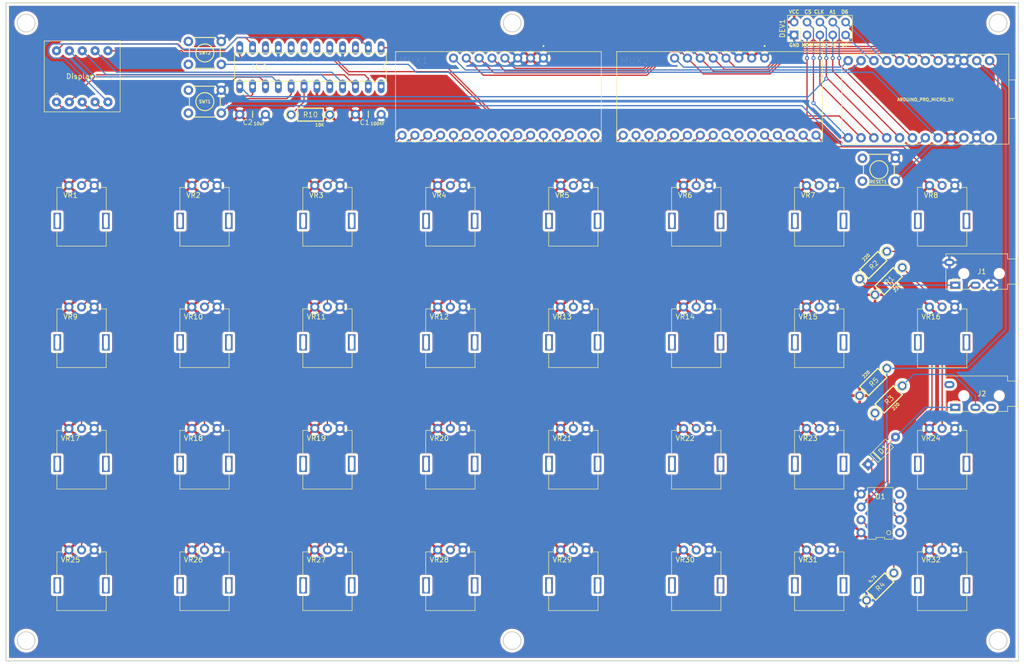
<source format=kicad_pcb>
(kicad_pcb (version 20171130) (host pcbnew "(5.1.8-0-10_14)")
  (title_block (title N32B) (date 2021-05-03) (rev V2.1) (company Shik) (comment 1 https://shik.tech) (comment 2 "CC0 1.0 Universal"))
  (layers (0 F.Cu signal) (31 B.Cu signal) (34 B.Paste user) (35 F.Paste user) (36 B.SilkS user) (37 F.SilkS user) (38 B.Mask user) (39 F.Mask user) (44 Edge.Cuts user))
  (net 0 "")
  (net 1 GND)
  (net 2 SWT1)
  (net 3 SWT2)
  (net 4 S0)
  (net 5 S1)
  (net 6 S2)
  (net 7 S3)
  (net 8 MUX1)
  (net 9 MUX2)
  (net 10 VCC)
  (net 11 "Net-(B1-Pad24)")
  (net 12 DIG1)
  (net 13 SEGG)
  (net 14 SEGB)
  (net 15 SEGDP)
  (net 16 SEGC)
  (net 17 SEGA)
  (net 18 SEGE)
  (net 19 SEGF)
  (net 20 SEGD)
  (net 21 DIG0)
  (net 22 "Net-(IC1-Pad3)")
  (net 23 "Net-(IC1-Pad5)")
  (net 24 "Net-(IC1-Pad6)")
  (net 25 "Net-(IC1-Pad7)")
  (net 26 "Net-(IC1-Pad8)")
  (net 27 "Net-(IC1-Pad10)")
  (net 28 CS)
  (net 29 CLK)
  (net 30 "Net-(IC1-Pad18)")
  (net 31 "Net-(IC1-Pad24)")
  (net 32 R1)
  (net 33 R2)
  (net 34 R9)
  (net 35 R3)
  (net 36 R10)
  (net 37 R4)
  (net 38 R11)
  (net 39 R17)
  (net 40 R18)
  (net 41 R25)
  (net 42 R26)
  (net 43 R19)
  (net 44 R27)
  (net 45 R12)
  (net 46 R20)
  (net 47 R28)
  (net 48 R8)
  (net 49 R16)
  (net 50 R24)
  (net 51 R32)
  (net 52 R7)
  (net 53 R15)
  (net 54 R23)
  (net 55 R31)
  (net 56 R6)
  (net 57 R14)
  (net 58 R22)
  (net 59 R30)
  (net 60 R29)
  (net 61 R21)
  (net 62 R13)
  (net 63 R5)
  (net 64 TX0)
  (net 65 "Net-(J1-PadT)")
  (net 66 "Net-(J1-PadR1)")
  (net 67 RX)
  (net 68 RST)
  (net 69 "Net-(D1-Pad1)")
  (net 70 "Net-(D1-Pad2)")
  (net 71 "Net-(J2-PadS)")
  (net 72 "Net-(J2-PadR1)")
  (net 73 "Net-(J2-PadR2)")
  (net 74 "Net-(R4-PadP$1)")
  (net 75 "Net-(U1-Pad4)")
  (net 76 "Net-(U1-Pad1)")
  (net 77 /Analog1)
  (net 78 MISO)
  (net 79 MOSI)
  (net 80 /Analog0)
  (net 81 /Digital7)
  (net 82 /Digital6)
  (module shik:XDCR_BOB-09056 (layer F.Cu) (at 169.418 40.894 270)
    (fp_text reference MUX2 (at -7.112 16.764) (layer F.SilkS) (effects (font (size 1.4 1.4) (thickness 0.015))))
    (fp_text value 16-CHANNEL-ANALOG-MULTIPLEXER hide)
    (pad 9 thru_hole circle (at 7.62 19.05 270) (size 1.8 1.8) (drill 1.02) (layers *.Cu *.Mask) (net 63 R5))
    (pad 10 thru_hole circle (at 7.62 16.51 270) (size 1.8 1.8) (drill 1.02) (layers *.Cu *.Mask) (net 62 R13))
    (pad 11 thru_hole circle (at 7.62 13.97 270) (size 1.8 1.8) (drill 1.02) (layers *.Cu *.Mask) (net 61 R21))
    (pad 12 thru_hole circle (at 7.62 11.43 270) (size 1.8 1.8) (drill 1.02) (layers *.Cu *.Mask) (net 60 R29))
    (pad 13 thru_hole circle (at 7.62 8.89 270) (size 1.8 1.8) (drill 1.02) (layers *.Cu *.Mask) (net 59 R30))
    (pad 14 thru_hole circle (at 7.62 6.35 270) (size 1.8 1.8) (drill 1.02) (layers *.Cu *.Mask) (net 58 R22))
    (pad 15 thru_hole circle (at 7.62 3.81 270) (size 1.8 1.8) (drill 1.02) (layers *.Cu *.Mask) (net 57 R14))
    (pad 16 thru_hole circle (at 7.62 1.27 270) (size 1.8 1.8) (drill 1.02) (layers *.Cu *.Mask) (net 56 R6))
    (pad 17 thru_hole circle (at 7.62 -1.27 270) (size 1.8 1.8) (drill 1.02) (layers *.Cu *.Mask) (net 55 R31))
    (pad 18 thru_hole circle (at 7.62 -3.81 270) (size 1.8 1.8) (drill 1.02) (layers *.Cu *.Mask) (net 54 R23))
    (pad 19 thru_hole circle (at 7.62 -6.35 270) (size 1.8 1.8) (drill 1.02) (layers *.Cu *.Mask) (net 53 R15))
    (pad 20 thru_hole circle (at 7.62 -8.89 270) (size 1.8 1.8) (drill 1.02) (layers *.Cu *.Mask) (net 52 R7))
    (pad 21 thru_hole circle (at 7.62 -11.43 270) (size 1.8 1.8) (drill 1.02) (layers *.Cu *.Mask) (net 51 R32))
    (pad 22 thru_hole circle (at 7.62 -13.97 270) (size 1.8 1.8) (drill 1.02) (layers *.Cu *.Mask) (net 50 R24))
    (pad 23 thru_hole circle (at 7.62 -16.51 270) (size 1.8 1.8) (drill 1.02) (layers *.Cu *.Mask) (net 49 R16))
    (pad 24 thru_hole circle (at 7.62 -19.05 270) (size 1.8 1.8) (drill 1.02) (layers *.Cu *.Mask) (net 48 R8))
    (pad 8 thru_hole circle (at -7.62 8.89 270) (size 1.8 1.8) (drill 1.02) (layers *.Cu *.Mask) (net 9 MUX2))
    (pad 7 thru_hole circle (at -7.62 6.35 270) (size 1.8 1.8) (drill 1.02) (layers *.Cu *.Mask) (net 7 S3))
    (pad 6 thru_hole circle (at -7.62 3.81 270) (size 1.8 1.8) (drill 1.02) (layers *.Cu *.Mask) (net 6 S2))
    (pad 5 thru_hole circle (at -7.62 1.27 270) (size 1.8 1.8) (drill 1.02) (layers *.Cu *.Mask) (net 5 S1))
    (pad 4 thru_hole circle (at -7.62 -1.27 270) (size 1.8 1.8) (drill 1.02) (layers *.Cu *.Mask) (net 4 S0))
    (pad 3 thru_hole circle (at -7.62 -3.81 270) (size 1.8 1.8) (drill 1.02) (layers *.Cu *.Mask) (net 1 GND))
    (pad 2 thru_hole circle (at -7.62 -6.35 270) (size 1.8 1.8) (drill 1.02) (layers *.Cu *.Mask) (net 10 VCC))
    (pad 1 thru_hole circle (at -7.62 -8.89 270) (size 1.8 1.8) (drill 1.02) (layers *.Cu *.Mask) (net 1 GND))
  )
  (module shik:XDCR_BOB-09056 (layer F.Cu) (at 125.73 40.894 270)
    (fp_text reference MUX1 (at -7.112 16.764) (layer F.SilkS) (effects (font (size 1.4 1.4) (thickness 0.015))))
    (fp_text value 16-CHANNEL-ANALOG-MULTIPLEXER hide)
    (pad 9 thru_hole circle (at 7.62 19.05 270) (size 1.8 1.8) (drill 1.02) (layers *.Cu *.Mask) (net 32 R1))
    (pad 10 thru_hole circle (at 7.62 16.51 270) (size 1.8 1.8) (drill 1.02) (layers *.Cu *.Mask) (net 33 R2))
    (pad 11 thru_hole circle (at 7.62 13.97 270) (size 1.8 1.8) (drill 1.02) (layers *.Cu *.Mask) (net 34 R9))
    (pad 12 thru_hole circle (at 7.62 11.43 270) (size 1.8 1.8) (drill 1.02) (layers *.Cu *.Mask) (net 35 R3))
    (pad 13 thru_hole circle (at 7.62 8.89 270) (size 1.8 1.8) (drill 1.02) (layers *.Cu *.Mask) (net 36 R10))
    (pad 14 thru_hole circle (at 7.62 6.35 270) (size 1.8 1.8) (drill 1.02) (layers *.Cu *.Mask) (net 38 R11))
    (pad 15 thru_hole circle (at 7.62 3.81 270) (size 1.8 1.8) (drill 1.02) (layers *.Cu *.Mask) (net 37 R4))
    (pad 16 thru_hole circle (at 7.62 1.27 270) (size 1.8 1.8) (drill 1.02) (layers *.Cu *.Mask) (net 39 R17))
    (pad 17 thru_hole circle (at 7.62 -1.27 270) (size 1.8 1.8) (drill 1.02) (layers *.Cu *.Mask) (net 40 R18))
    (pad 18 thru_hole circle (at 7.62 -3.81 270) (size 1.8 1.8) (drill 1.02) (layers *.Cu *.Mask) (net 41 R25))
    (pad 19 thru_hole circle (at 7.62 -6.35 270) (size 1.8 1.8) (drill 1.02) (layers *.Cu *.Mask) (net 42 R26))
    (pad 20 thru_hole circle (at 7.62 -8.89 270) (size 1.8 1.8) (drill 1.02) (layers *.Cu *.Mask) (net 43 R19))
    (pad 21 thru_hole circle (at 7.62 -11.43 270) (size 1.8 1.8) (drill 1.02) (layers *.Cu *.Mask) (net 44 R27))
    (pad 22 thru_hole circle (at 7.62 -13.97 270) (size 1.8 1.8) (drill 1.02) (layers *.Cu *.Mask) (net 45 R12))
    (pad 23 thru_hole circle (at 7.62 -16.51 270) (size 1.8 1.8) (drill 1.02) (layers *.Cu *.Mask) (net 46 R20))
    (pad 24 thru_hole circle (at 7.62 -19.05 270) (size 1.8 1.8) (drill 1.02) (layers *.Cu *.Mask) (net 47 R28))
    (pad 8 thru_hole circle (at -7.62 8.89 270) (size 1.8 1.8) (drill 1.02) (layers *.Cu *.Mask) (net 8 MUX1))
    (pad 7 thru_hole circle (at -7.62 6.35 270) (size 1.8 1.8) (drill 1.02) (layers *.Cu *.Mask) (net 7 S3))
    (pad 6 thru_hole circle (at -7.62 3.81 270) (size 1.8 1.8) (drill 1.02) (layers *.Cu *.Mask) (net 6 S2))
    (pad 5 thru_hole circle (at -7.62 1.27 270) (size 1.8 1.8) (drill 1.02) (layers *.Cu *.Mask) (net 5 S1))
    (pad 4 thru_hole circle (at -7.62 -1.27 270) (size 1.8 1.8) (drill 1.02) (layers *.Cu *.Mask) (net 4 S0))
    (pad 3 thru_hole circle (at -7.62 -3.81 270) (size 1.8 1.8) (drill 1.02) (layers *.Cu *.Mask) (net 1 GND))
    (pad 2 thru_hole circle (at -7.62 -6.35 270) (size 1.8 1.8) (drill 1.02) (layers *.Cu *.Mask) (net 10 VCC))
    (pad 1 thru_hole circle (at -7.62 -8.89 270) (size 1.8 1.8) (drill 1.02) (layers *.Cu *.Mask) (net 1 GND))
  )
  (module Connector_PinHeader_2.54mm:PinHeader_2x05_P2.54mm_Vertical (layer F.Cu) (at 184.15 28.702 90)
    (fp_text reference DEV1 (at 1.27 -2.33 90) (layer F.SilkS))
    (fp_text value "GND VCC CS MOSI MISO CLK A0 A1  D6  D7" hide)
    (pad 1 thru_hole rect (at 0 0 90) (size 1.7 1.7) (drill 1) (layers *.Cu *.Mask) (net 1 GND))
    (pad 2 thru_hole oval (at 2.54 0 90) (size 1.7 1.7) (drill 1) (layers *.Cu *.Mask) (net 10 VCC))
    (pad 3 thru_hole oval (at 0 2.54 90) (size 1.7 1.7) (drill 1) (layers *.Cu *.Mask) (net 79 MOSI))
    (pad 4 thru_hole oval (at 2.54 2.54 90) (size 1.7 1.7) (drill 1) (layers *.Cu *.Mask) (net 28 CS))
    (pad 5 thru_hole oval (at 0 5.08 90) (size 1.7 1.7) (drill 1) (layers *.Cu *.Mask) (net 78 MISO))
    (pad 6 thru_hole oval (at 2.54 5.08 90) (size 1.7 1.7) (drill 1) (layers *.Cu *.Mask) (net 29 CLK))
    (pad 7 thru_hole oval (at 0 7.62 90) (size 1.7 1.7) (drill 1) (layers *.Cu *.Mask) (net 80 /Analog0))
    (pad 8 thru_hole oval (at 2.54 7.62 90) (size 1.7 1.7) (drill 1) (layers *.Cu *.Mask) (net 77 /Analog1))
    (pad 9 thru_hole oval (at 0 10.16 90) (size 1.7 1.7) (drill 1) (layers *.Cu *.Mask) (net 81 /Digital7))
    (pad 10 thru_hole oval (at 2.54 10.16 90) (size 1.7 1.7) (drill 1) (layers *.Cu *.Mask) (net 82 /Digital6))
  )
  (module shik:CAP-PTH-5.08 (layer F.Cu) (at 77.168 44.386)
    (fp_text reference C2 (at -0.968 1.588 180) (layer F.SilkS) (effects (font (thickness 0.127))))
    (fp_text value 10uF (at 1.318 1.842 180) (layer F.SilkS) (effects (font (size 0.6096 0.6096) (thickness 0.127))))
    (pad 1 thru_hole circle (at -2.54 0) (size 1.8 1.8) (drill 1) (layers *.Cu *.Mask) (net 10 VCC))
    (pad 2 thru_hole circle (at 2.54 0) (size 1.8 1.8) (drill 1) (layers *.Cu *.Mask) (net 1 GND))
  )
  (module shik:CAP-PTH-5.08 (layer F.Cu) (at 100.028 44.386)
    (fp_text reference C1 (at -0.714 1.588 180) (layer F.SilkS) (effects (font (thickness 0.127))))
    (fp_text value 100nF (at 1.826 1.842 180) (layer F.SilkS) (effects (font (size 0.6096 0.6096) (thickness 0.127))))
    (pad 1 thru_hole circle (at -2.54 0) (size 1.8 1.8) (drill 1) (layers *.Cu *.Mask) (net 10 VCC))
    (pad 2 thru_hole circle (at 2.54 0) (size 1.8 1.8) (drill 1) (layers *.Cu *.Mask) (net 1 GND))
  )
  (module shik:7-Segment-2-Digits-0.36inch (layer F.Cu) (at 43.508 36.892)
    (fp_text reference Display1 (at 0 0 180) (layer F.SilkS))
    (fp_text value 7-segment-2digit-0.36inch-display hide)
    (pad 10 thru_hole circle (at -5.08 -5.06) (size 1.8 1.8) (drill 0.762) (layers *.Cu *.Mask) (net 12 DIG1))
    (pad 1 thru_hole circle (at -5.08 5.06) (size 1.8 1.8) (drill 0.762) (layers *.Cu *.Mask) (net 13 SEGG))
    (pad 9 thru_hole circle (at -2.54 -5.06) (size 1.8 1.8) (drill 0.762) (layers *.Cu *.Mask) (net 14 SEGB))
    (pad 2 thru_hole circle (at -2.54 5.06) (size 1.8 1.8) (drill 0.762) (layers *.Cu *.Mask) (net 15 SEGDP))
    (pad 8 thru_hole circle (at 0 -5.06) (size 1.8 1.8) (drill 0.762) (layers *.Cu *.Mask) (net 16 SEGC))
    (pad 3 thru_hole circle (at 0 5.06) (size 1.8 1.8) (drill 0.762) (layers *.Cu *.Mask) (net 17 SEGA))
    (pad 7 thru_hole circle (at 2.54 -5.06) (size 1.8 1.8) (drill 0.762) (layers *.Cu *.Mask) (net 18 SEGE))
    (pad 4 thru_hole circle (at 2.54 5.06) (size 1.8 1.8) (drill 0.762) (layers *.Cu *.Mask) (net 19 SEGF))
    (pad 6 thru_hole circle (at 5.08 -5.06) (size 1.8 1.8) (drill 0.762) (layers *.Cu *.Mask) (net 20 SEGD))
    (pad 5 thru_hole circle (at 5.08 5.06) (size 1.8 1.8) (drill 0.762) (layers *.Cu *.Mask) (net 21 DIG0))
  )
  (module shik:D_DO-35_SOD27_P7.62mm_Horizontal (layer F.Cu) (at 198.773 113.527 45)
    (fp_text reference D1 (at 4.140199 0 45) (layer F.SilkS))
    (fp_text value 1N914)
    (pad 2 thru_hole oval (at 7.62 0 45) (size 1.8 1.8) (drill 0.8) (layers *.Cu *.Mask) (net 70 "Net-(D1-Pad2)"))
    (pad 1 thru_hole rect (at 0 0 45) (size 1.8 1.8) (drill 0.8) (layers *.Cu *.Mask) (net 69 "Net-(D1-Pad1)"))
  )
  (module shik:Potentiometer_R09_B103_Single_Vertical (layer F.Cu) (at 213.382001 137.44 270)
    (fp_text reference VR32 (at -5.07 2.19 180) (layer F.SilkS))
    (fp_text value 10k)
    (pad 1 thru_hole circle (at -7 -2.5) (size 1.8 1.8) (drill 1) (layers *.Cu *.Mask) (net 1 GND))
    (pad 2 thru_hole circle (at -7 0) (size 1.8 1.8) (drill 1) (layers *.Cu *.Mask) (net 51 R32))
    (pad 3 thru_hole circle (at -7 2.5) (size 1.8 1.8) (drill 1) (layers *.Cu *.Mask) (net 10 VCC))
    (pad "" thru_hole rect (at 0 4.8) (size 1.5 3.2) (drill oval 0.8 2.8) (layers *.Cu *.Mask))
    (pad "" thru_hole rect (at 0 -4.8) (size 1.5 3.2) (drill oval 0.8 2.8) (layers *.Cu *.Mask))
  )
  (module shik:Potentiometer_R09_B103_Single_Vertical (layer F.Cu) (at 189.096001 137.44 270)
    (fp_text reference VR31 (at -5.07 2.19 180) (layer F.SilkS))
    (fp_text value 10k)
    (pad 1 thru_hole circle (at -7 -2.5) (size 1.8 1.8) (drill 1) (layers *.Cu *.Mask) (net 1 GND))
    (pad 2 thru_hole circle (at -7 0) (size 1.8 1.8) (drill 1) (layers *.Cu *.Mask) (net 55 R31))
    (pad 3 thru_hole circle (at -7 2.5) (size 1.8 1.8) (drill 1) (layers *.Cu *.Mask) (net 10 VCC))
    (pad "" thru_hole rect (at 0 4.8) (size 1.5 3.2) (drill oval 0.8 2.8) (layers *.Cu *.Mask))
    (pad "" thru_hole rect (at 0 -4.8) (size 1.5 3.2) (drill oval 0.8 2.8) (layers *.Cu *.Mask))
  )
  (module shik:Potentiometer_R09_B103_Single_Vertical (layer F.Cu) (at 164.810001 137.44 270)
    (fp_text reference VR30 (at -5.07 2.19 180) (layer F.SilkS))
    (fp_text value 10k)
    (pad 1 thru_hole circle (at -7 -2.5) (size 1.8 1.8) (drill 1) (layers *.Cu *.Mask) (net 1 GND))
    (pad 2 thru_hole circle (at -7 0) (size 1.8 1.8) (drill 1) (layers *.Cu *.Mask) (net 59 R30))
    (pad 3 thru_hole circle (at -7 2.5) (size 1.8 1.8) (drill 1) (layers *.Cu *.Mask) (net 10 VCC))
    (pad "" thru_hole rect (at 0 4.8) (size 1.5 3.2) (drill oval 0.8 2.8) (layers *.Cu *.Mask))
    (pad "" thru_hole rect (at 0 -4.8) (size 1.5 3.2) (drill oval 0.8 2.8) (layers *.Cu *.Mask))
  )
  (module shik:Potentiometer_R09_B103_Single_Vertical (layer F.Cu) (at 140.524001 137.44 270)
    (fp_text reference VR29 (at -5.07 2.19 180) (layer F.SilkS))
    (fp_text value 10k)
    (pad 1 thru_hole circle (at -7 -2.5) (size 1.8 1.8) (drill 1) (layers *.Cu *.Mask) (net 1 GND))
    (pad 2 thru_hole circle (at -7 0) (size 1.8 1.8) (drill 1) (layers *.Cu *.Mask) (net 60 R29))
    (pad 3 thru_hole circle (at -7 2.5) (size 1.8 1.8) (drill 1) (layers *.Cu *.Mask) (net 10 VCC))
    (pad "" thru_hole rect (at 0 4.8) (size 1.5 3.2) (drill oval 0.8 2.8) (layers *.Cu *.Mask))
    (pad "" thru_hole rect (at 0 -4.8) (size 1.5 3.2) (drill oval 0.8 2.8) (layers *.Cu *.Mask))
  )
  (module shik:Potentiometer_R09_B103_Single_Vertical (layer F.Cu) (at 116.238002 137.44 270)
    (fp_text reference VR28 (at -5.07 2.19 180) (layer F.SilkS))
    (fp_text value 10k)
    (pad 1 thru_hole circle (at -7 -2.5) (size 1.8 1.8) (drill 1) (layers *.Cu *.Mask) (net 1 GND))
    (pad 2 thru_hole circle (at -7 0) (size 1.8 1.8) (drill 1) (layers *.Cu *.Mask) (net 47 R28))
    (pad 3 thru_hole circle (at -7 2.5) (size 1.8 1.8) (drill 1) (layers *.Cu *.Mask) (net 10 VCC))
    (pad "" thru_hole rect (at 0 4.8) (size 1.5 3.2) (drill oval 0.8 2.8) (layers *.Cu *.Mask))
    (pad "" thru_hole rect (at 0 -4.8) (size 1.5 3.2) (drill oval 0.8 2.8) (layers *.Cu *.Mask))
  )
  (module shik:Potentiometer_R09_B103_Single_Vertical (layer F.Cu) (at 91.952001 137.44 270)
    (fp_text reference VR27 (at -5.07 2.19 180) (layer F.SilkS))
    (fp_text value 10k)
    (pad 1 thru_hole circle (at -7 -2.5) (size 1.8 1.8) (drill 1) (layers *.Cu *.Mask) (net 1 GND))
    (pad 2 thru_hole circle (at -7 0) (size 1.8 1.8) (drill 1) (layers *.Cu *.Mask) (net 44 R27))
    (pad 3 thru_hole circle (at -7 2.5) (size 1.8 1.8) (drill 1) (layers *.Cu *.Mask) (net 10 VCC))
    (pad "" thru_hole rect (at 0 4.8) (size 1.5 3.2) (drill oval 0.8 2.8) (layers *.Cu *.Mask))
    (pad "" thru_hole rect (at 0 -4.8) (size 1.5 3.2) (drill oval 0.8 2.8) (layers *.Cu *.Mask))
  )
  (module shik:Potentiometer_R09_B103_Single_Vertical (layer F.Cu) (at 67.666001 137.44 270)
    (fp_text reference VR26 (at -5.07 2.19 180) (layer F.SilkS))
    (fp_text value 10k)
    (pad 1 thru_hole circle (at -7 -2.5) (size 1.8 1.8) (drill 1) (layers *.Cu *.Mask) (net 1 GND))
    (pad 2 thru_hole circle (at -7 0) (size 1.8 1.8) (drill 1) (layers *.Cu *.Mask) (net 42 R26))
    (pad 3 thru_hole circle (at -7 2.5) (size 1.8 1.8) (drill 1) (layers *.Cu *.Mask) (net 10 VCC))
    (pad "" thru_hole rect (at 0 4.8) (size 1.5 3.2) (drill oval 0.8 2.8) (layers *.Cu *.Mask))
    (pad "" thru_hole rect (at 0 -4.8) (size 1.5 3.2) (drill oval 0.8 2.8) (layers *.Cu *.Mask))
  )
  (module shik:Potentiometer_R09_B103_Single_Vertical (layer F.Cu) (at 213.382001 113.439999 270)
    (fp_text reference VR24 (at -5.07 2.19 180) (layer F.SilkS))
    (fp_text value 10k)
    (pad 1 thru_hole circle (at -7 -2.5) (size 1.8 1.8) (drill 1) (layers *.Cu *.Mask) (net 1 GND))
    (pad 2 thru_hole circle (at -7 0) (size 1.8 1.8) (drill 1) (layers *.Cu *.Mask) (net 50 R24))
    (pad 3 thru_hole circle (at -7 2.5) (size 1.8 1.8) (drill 1) (layers *.Cu *.Mask) (net 10 VCC))
    (pad "" thru_hole rect (at 0 4.8) (size 1.5 3.2) (drill oval 0.8 2.8) (layers *.Cu *.Mask))
    (pad "" thru_hole rect (at 0 -4.8) (size 1.5 3.2) (drill oval 0.8 2.8) (layers *.Cu *.Mask))
  )
  (module shik:Potentiometer_R09_B103_Single_Vertical (layer F.Cu) (at 189.096001 113.439999 270)
    (fp_text reference VR23 (at -5.07 2.19 180) (layer F.SilkS))
    (fp_text value 10k)
    (pad 1 thru_hole circle (at -7 -2.5) (size 1.8 1.8) (drill 1) (layers *.Cu *.Mask) (net 1 GND))
    (pad 2 thru_hole circle (at -7 0) (size 1.8 1.8) (drill 1) (layers *.Cu *.Mask) (net 54 R23))
    (pad 3 thru_hole circle (at -7 2.5) (size 1.8 1.8) (drill 1) (layers *.Cu *.Mask) (net 10 VCC))
    (pad "" thru_hole rect (at 0 4.8) (size 1.5 3.2) (drill oval 0.8 2.8) (layers *.Cu *.Mask))
    (pad "" thru_hole rect (at 0 -4.8) (size 1.5 3.2) (drill oval 0.8 2.8) (layers *.Cu *.Mask))
  )
  (module shik:Potentiometer_R09_B103_Single_Vertical (layer F.Cu) (at 164.810001 113.439999 270)
    (fp_text reference VR22 (at -5.07 2.19 180) (layer F.SilkS))
    (fp_text value 10k)
    (pad 1 thru_hole circle (at -7 -2.5) (size 1.8 1.8) (drill 1) (layers *.Cu *.Mask) (net 1 GND))
    (pad 2 thru_hole circle (at -7 0) (size 1.8 1.8) (drill 1) (layers *.Cu *.Mask) (net 58 R22))
    (pad 3 thru_hole circle (at -7 2.5) (size 1.8 1.8) (drill 1) (layers *.Cu *.Mask) (net 10 VCC))
    (pad "" thru_hole rect (at 0 4.8) (size 1.5 3.2) (drill oval 0.8 2.8) (layers *.Cu *.Mask))
    (pad "" thru_hole rect (at 0 -4.8) (size 1.5 3.2) (drill oval 0.8 2.8) (layers *.Cu *.Mask))
  )
  (module shik:Potentiometer_R09_B103_Single_Vertical (layer F.Cu) (at 140.524001 113.439999 270)
    (fp_text reference VR21 (at -5.07 2.19 180) (layer F.SilkS))
    (fp_text value 10k)
    (pad 1 thru_hole circle (at -7 -2.5) (size 1.8 1.8) (drill 1) (layers *.Cu *.Mask) (net 1 GND))
    (pad 2 thru_hole circle (at -7 0) (size 1.8 1.8) (drill 1) (layers *.Cu *.Mask) (net 61 R21))
    (pad 3 thru_hole circle (at -7 2.5) (size 1.8 1.8) (drill 1) (layers *.Cu *.Mask) (net 10 VCC))
    (pad "" thru_hole rect (at 0 4.8) (size 1.5 3.2) (drill oval 0.8 2.8) (layers *.Cu *.Mask))
    (pad "" thru_hole rect (at 0 -4.8) (size 1.5 3.2) (drill oval 0.8 2.8) (layers *.Cu *.Mask))
  )
  (module shik:Potentiometer_R09_B103_Single_Vertical (layer F.Cu) (at 116.238002 113.439999 270)
    (fp_text reference VR20 (at -5.07 2.19 180) (layer F.SilkS))
    (fp_text value 10k)
    (pad 1 thru_hole circle (at -7 -2.5) (size 1.8 1.8) (drill 1) (layers *.Cu *.Mask) (net 1 GND))
    (pad 2 thru_hole circle (at -7 0) (size 1.8 1.8) (drill 1) (layers *.Cu *.Mask) (net 46 R20))
    (pad 3 thru_hole circle (at -7 2.5) (size 1.8 1.8) (drill 1) (layers *.Cu *.Mask) (net 10 VCC))
    (pad "" thru_hole rect (at 0 4.8) (size 1.5 3.2) (drill oval 0.8 2.8) (layers *.Cu *.Mask))
    (pad "" thru_hole rect (at 0 -4.8) (size 1.5 3.2) (drill oval 0.8 2.8) (layers *.Cu *.Mask))
  )
  (module shik:Potentiometer_R09_B103_Single_Vertical (layer F.Cu) (at 91.952001 113.439999 270)
    (fp_text reference VR19 (at -5.07 2.19 180) (layer F.SilkS))
    (fp_text value 10k)
    (pad 1 thru_hole circle (at -7 -2.5) (size 1.8 1.8) (drill 1) (layers *.Cu *.Mask) (net 1 GND))
    (pad 2 thru_hole circle (at -7 0) (size 1.8 1.8) (drill 1) (layers *.Cu *.Mask) (net 43 R19))
    (pad 3 thru_hole circle (at -7 2.5) (size 1.8 1.8) (drill 1) (layers *.Cu *.Mask) (net 10 VCC))
    (pad "" thru_hole rect (at 0 4.8) (size 1.5 3.2) (drill oval 0.8 2.8) (layers *.Cu *.Mask))
    (pad "" thru_hole rect (at 0 -4.8) (size 1.5 3.2) (drill oval 0.8 2.8) (layers *.Cu *.Mask))
  )
  (module shik:Potentiometer_R09_B103_Single_Vertical (layer F.Cu) (at 67.666001 113.439999 270)
    (fp_text reference VR18 (at -5.07 2.19 180) (layer F.SilkS))
    (fp_text value 10k)
    (pad 1 thru_hole circle (at -7 -2.5) (size 1.8 1.8) (drill 1) (layers *.Cu *.Mask) (net 1 GND))
    (pad 2 thru_hole circle (at -7 0) (size 1.8 1.8) (drill 1) (layers *.Cu *.Mask) (net 40 R18))
    (pad 3 thru_hole circle (at -7 2.5) (size 1.8 1.8) (drill 1) (layers *.Cu *.Mask) (net 10 VCC))
    (pad "" thru_hole rect (at 0 4.8) (size 1.5 3.2) (drill oval 0.8 2.8) (layers *.Cu *.Mask))
    (pad "" thru_hole rect (at 0 -4.8) (size 1.5 3.2) (drill oval 0.8 2.8) (layers *.Cu *.Mask))
  )
  (module shik:Potentiometer_R09_B103_Single_Vertical (layer F.Cu) (at 43.380001 113.439999 270)
    (fp_text reference VR17 (at -5.07 2.19 180) (layer F.SilkS))
    (fp_text value 10k)
    (pad 1 thru_hole circle (at -7 -2.5) (size 1.8 1.8) (drill 1) (layers *.Cu *.Mask) (net 1 GND))
    (pad 2 thru_hole circle (at -7 0) (size 1.8 1.8) (drill 1) (layers *.Cu *.Mask) (net 39 R17))
    (pad 3 thru_hole circle (at -7 2.5) (size 1.8 1.8) (drill 1) (layers *.Cu *.Mask) (net 10 VCC))
    (pad "" thru_hole rect (at 0 4.8) (size 1.5 3.2) (drill oval 0.8 2.8) (layers *.Cu *.Mask))
    (pad "" thru_hole rect (at 0 -4.8) (size 1.5 3.2) (drill oval 0.8 2.8) (layers *.Cu *.Mask))
  )
  (module shik:Potentiometer_R09_B103_Single_Vertical (layer F.Cu) (at 213.382001 89.439999 270)
    (fp_text reference VR16 (at -5.07 2.19 180) (layer F.SilkS))
    (fp_text value 10k)
    (pad 1 thru_hole circle (at -7 -2.5) (size 1.8 1.8) (drill 1) (layers *.Cu *.Mask) (net 1 GND))
    (pad 2 thru_hole circle (at -7 0) (size 1.8 1.8) (drill 1) (layers *.Cu *.Mask) (net 49 R16))
    (pad 3 thru_hole circle (at -7 2.5) (size 1.8 1.8) (drill 1) (layers *.Cu *.Mask) (net 10 VCC))
    (pad "" thru_hole rect (at 0 4.8) (size 1.5 3.2) (drill oval 0.8 2.8) (layers *.Cu *.Mask))
    (pad "" thru_hole rect (at 0 -4.8) (size 1.5 3.2) (drill oval 0.8 2.8) (layers *.Cu *.Mask))
  )
  (module shik:Potentiometer_R09_B103_Single_Vertical (layer F.Cu) (at 189.096001 89.439999 270)
    (fp_text reference VR15 (at -5.07 2.19 180) (layer F.SilkS))
    (fp_text value 10k)
    (pad 1 thru_hole circle (at -7 -2.5) (size 1.8 1.8) (drill 1) (layers *.Cu *.Mask) (net 1 GND))
    (pad 2 thru_hole circle (at -7 0) (size 1.8 1.8) (drill 1) (layers *.Cu *.Mask) (net 53 R15))
    (pad 3 thru_hole circle (at -7 2.5) (size 1.8 1.8) (drill 1) (layers *.Cu *.Mask) (net 10 VCC))
    (pad "" thru_hole rect (at 0 4.8) (size 1.5 3.2) (drill oval 0.8 2.8) (layers *.Cu *.Mask))
    (pad "" thru_hole rect (at 0 -4.8) (size 1.5 3.2) (drill oval 0.8 2.8) (layers *.Cu *.Mask))
  )
  (module shik:Potentiometer_R09_B103_Single_Vertical (layer F.Cu) (at 164.810001 89.439999 270)
    (fp_text reference VR14 (at -5.07 2.19 180) (layer F.SilkS))
    (fp_text value 10k)
    (pad 1 thru_hole circle (at -7 -2.5) (size 1.8 1.8) (drill 1) (layers *.Cu *.Mask) (net 1 GND))
    (pad 2 thru_hole circle (at -7 0) (size 1.8 1.8) (drill 1) (layers *.Cu *.Mask) (net 57 R14))
    (pad 3 thru_hole circle (at -7 2.5) (size 1.8 1.8) (drill 1) (layers *.Cu *.Mask) (net 10 VCC))
    (pad "" thru_hole rect (at 0 4.8) (size 1.5 3.2) (drill oval 0.8 2.8) (layers *.Cu *.Mask))
    (pad "" thru_hole rect (at 0 -4.8) (size 1.5 3.2) (drill oval 0.8 2.8) (layers *.Cu *.Mask))
  )
  (module shik:Potentiometer_R09_B103_Single_Vertical (layer F.Cu) (at 140.524001 89.439999 270)
    (fp_text reference VR13 (at -5.07 2.19 180) (layer F.SilkS))
    (fp_text value 10k)
    (pad 1 thru_hole circle (at -7 -2.5) (size 1.8 1.8) (drill 1) (layers *.Cu *.Mask) (net 1 GND))
    (pad 2 thru_hole circle (at -7 0) (size 1.8 1.8) (drill 1) (layers *.Cu *.Mask) (net 62 R13))
    (pad 3 thru_hole circle (at -7 2.5) (size 1.8 1.8) (drill 1) (layers *.Cu *.Mask) (net 10 VCC))
    (pad "" thru_hole rect (at 0 4.8) (size 1.5 3.2) (drill oval 0.8 2.8) (layers *.Cu *.Mask))
    (pad "" thru_hole rect (at 0 -4.8) (size 1.5 3.2) (drill oval 0.8 2.8) (layers *.Cu *.Mask))
  )
  (module shik:Potentiometer_R09_B103_Single_Vertical (layer F.Cu) (at 116.238002 89.439999 270)
    (fp_text reference VR12 (at -5.07 2.19 180) (layer F.SilkS))
    (fp_text value 10k)
    (pad 1 thru_hole circle (at -7 -2.5) (size 1.8 1.8) (drill 1) (layers *.Cu *.Mask) (net 1 GND))
    (pad 2 thru_hole circle (at -7 0) (size 1.8 1.8) (drill 1) (layers *.Cu *.Mask) (net 45 R12))
    (pad 3 thru_hole circle (at -7 2.5) (size 1.8 1.8) (drill 1) (layers *.Cu *.Mask) (net 10 VCC))
    (pad "" thru_hole rect (at 0 4.8) (size 1.5 3.2) (drill oval 0.8 2.8) (layers *.Cu *.Mask))
    (pad "" thru_hole rect (at 0 -4.8) (size 1.5 3.2) (drill oval 0.8 2.8) (layers *.Cu *.Mask))
  )
  (module shik:Potentiometer_R09_B103_Single_Vertical (layer F.Cu) (at 91.952001 89.439999 270)
    (fp_text reference VR11 (at -5.07 2.19 180) (layer F.SilkS))
    (fp_text value 10k)
    (pad 1 thru_hole circle (at -7 -2.5) (size 1.8 1.8) (drill 1) (layers *.Cu *.Mask) (net 1 GND))
    (pad 2 thru_hole circle (at -7 0) (size 1.8 1.8) (drill 1) (layers *.Cu *.Mask) (net 38 R11))
    (pad 3 thru_hole circle (at -7 2.5) (size 1.8 1.8) (drill 1) (layers *.Cu *.Mask) (net 10 VCC))
    (pad "" thru_hole rect (at 0 4.8) (size 1.5 3.2) (drill oval 0.8 2.8) (layers *.Cu *.Mask))
    (pad "" thru_hole rect (at 0 -4.8) (size 1.5 3.2) (drill oval 0.8 2.8) (layers *.Cu *.Mask))
  )
  (module shik:Potentiometer_R09_B103_Single_Vertical (layer F.Cu) (at 67.666001 89.439999 270)
    (fp_text reference VR10 (at -5.07 2.19 180) (layer F.SilkS))
    (fp_text value 10k)
    (pad 1 thru_hole circle (at -7 -2.5) (size 1.8 1.8) (drill 1) (layers *.Cu *.Mask) (net 1 GND))
    (pad 2 thru_hole circle (at -7 0) (size 1.8 1.8) (drill 1) (layers *.Cu *.Mask) (net 36 R10))
    (pad 3 thru_hole circle (at -7 2.5) (size 1.8 1.8) (drill 1) (layers *.Cu *.Mask) (net 10 VCC))
    (pad "" thru_hole rect (at 0 4.8) (size 1.5 3.2) (drill oval 0.8 2.8) (layers *.Cu *.Mask))
    (pad "" thru_hole rect (at 0 -4.8) (size 1.5 3.2) (drill oval 0.8 2.8) (layers *.Cu *.Mask))
  )
  (module shik:Potentiometer_R09_B103_Single_Vertical (layer F.Cu) (at 43.380001 89.439999 270)
    (fp_text reference VR9 (at -5.07 2.19 180) (layer F.SilkS))
    (fp_text value 10k)
    (pad 1 thru_hole circle (at -7 -2.5) (size 1.8 1.8) (drill 1) (layers *.Cu *.Mask) (net 1 GND))
    (pad 2 thru_hole circle (at -7 0) (size 1.8 1.8) (drill 1) (layers *.Cu *.Mask) (net 34 R9))
    (pad 3 thru_hole circle (at -7 2.5) (size 1.8 1.8) (drill 1) (layers *.Cu *.Mask) (net 10 VCC))
    (pad "" thru_hole rect (at 0 4.8) (size 1.5 3.2) (drill oval 0.8 2.8) (layers *.Cu *.Mask))
    (pad "" thru_hole rect (at 0 -4.8) (size 1.5 3.2) (drill oval 0.8 2.8) (layers *.Cu *.Mask))
  )
  (module shik:Potentiometer_R09_B103_Single_Vertical (layer F.Cu) (at 213.382001 65.44 270)
    (fp_text reference VR8 (at -5.07 2.19 180) (layer F.SilkS))
    (fp_text value 10k)
    (pad 1 thru_hole circle (at -7 -2.5) (size 1.8 1.8) (drill 1) (layers *.Cu *.Mask) (net 1 GND))
    (pad 2 thru_hole circle (at -7 0) (size 1.8 1.8) (drill 1) (layers *.Cu *.Mask) (net 48 R8))
    (pad 3 thru_hole circle (at -7 2.5) (size 1.8 1.8) (drill 1) (layers *.Cu *.Mask) (net 10 VCC))
    (pad "" thru_hole rect (at 0 4.8) (size 1.5 3.2) (drill oval 0.8 2.8) (layers *.Cu *.Mask))
    (pad "" thru_hole rect (at 0 -4.8) (size 1.5 3.2) (drill oval 0.8 2.8) (layers *.Cu *.Mask))
  )
  (module shik:Potentiometer_R09_B103_Single_Vertical (layer F.Cu) (at 189.096001 65.44 270)
    (fp_text reference VR7 (at -5.07 2.19 180) (layer F.SilkS))
    (fp_text value 10k)
    (pad 1 thru_hole circle (at -7 -2.5) (size 1.8 1.8) (drill 1) (layers *.Cu *.Mask) (net 1 GND))
    (pad 2 thru_hole circle (at -7 0) (size 1.8 1.8) (drill 1) (layers *.Cu *.Mask) (net 52 R7))
    (pad 3 thru_hole circle (at -7 2.5) (size 1.8 1.8) (drill 1) (layers *.Cu *.Mask) (net 10 VCC))
    (pad "" thru_hole rect (at 0 4.8) (size 1.5 3.2) (drill oval 0.8 2.8) (layers *.Cu *.Mask))
    (pad "" thru_hole rect (at 0 -4.8) (size 1.5 3.2) (drill oval 0.8 2.8) (layers *.Cu *.Mask))
  )
  (module shik:Potentiometer_R09_B103_Single_Vertical (layer F.Cu) (at 164.810001 65.44 270)
    (fp_text reference VR6 (at -5.07 2.19 180) (layer F.SilkS))
    (fp_text value 10k)
    (pad 1 thru_hole circle (at -7 -2.5) (size 1.8 1.8) (drill 1) (layers *.Cu *.Mask) (net 1 GND))
    (pad 2 thru_hole circle (at -7 0) (size 1.8 1.8) (drill 1) (layers *.Cu *.Mask) (net 56 R6))
    (pad 3 thru_hole circle (at -7 2.5) (size 1.8 1.8) (drill 1) (layers *.Cu *.Mask) (net 10 VCC))
    (pad "" thru_hole rect (at 0 4.8) (size 1.5 3.2) (drill oval 0.8 2.8) (layers *.Cu *.Mask))
    (pad "" thru_hole rect (at 0 -4.8) (size 1.5 3.2) (drill oval 0.8 2.8) (layers *.Cu *.Mask))
  )
  (module shik:Potentiometer_R09_B103_Single_Vertical (layer F.Cu) (at 140.524001 65.44 270)
    (fp_text reference VR5 (at -5.07 2.19 180) (layer F.SilkS))
    (fp_text value 10k)
    (pad 1 thru_hole circle (at -7 -2.5) (size 1.8 1.8) (drill 1) (layers *.Cu *.Mask) (net 1 GND))
    (pad 2 thru_hole circle (at -7 0) (size 1.8 1.8) (drill 1) (layers *.Cu *.Mask) (net 63 R5))
    (pad 3 thru_hole circle (at -7 2.5) (size 1.8 1.8) (drill 1) (layers *.Cu *.Mask) (net 10 VCC))
    (pad "" thru_hole rect (at 0 4.8) (size 1.5 3.2) (drill oval 0.8 2.8) (layers *.Cu *.Mask))
    (pad "" thru_hole rect (at 0 -4.8) (size 1.5 3.2) (drill oval 0.8 2.8) (layers *.Cu *.Mask))
  )
  (module shik:Potentiometer_R09_B103_Single_Vertical (layer F.Cu) (at 116.238002 65.44 270)
    (fp_text reference VR4 (at -5.07 2.19 180) (layer F.SilkS))
    (fp_text value 10k)
    (pad 1 thru_hole circle (at -7 -2.5) (size 1.8 1.8) (drill 1) (layers *.Cu *.Mask) (net 1 GND))
    (pad 2 thru_hole circle (at -7 0) (size 1.8 1.8) (drill 1) (layers *.Cu *.Mask) (net 37 R4))
    (pad 3 thru_hole circle (at -7 2.5) (size 1.8 1.8) (drill 1) (layers *.Cu *.Mask) (net 10 VCC))
    (pad "" thru_hole rect (at 0 4.8) (size 1.5 3.2) (drill oval 0.8 2.8) (layers *.Cu *.Mask))
    (pad "" thru_hole rect (at 0 -4.8) (size 1.5 3.2) (drill oval 0.8 2.8) (layers *.Cu *.Mask))
  )
  (module shik:Potentiometer_R09_B103_Single_Vertical (layer F.Cu) (at 67.666001 65.44 270)
    (fp_text reference VR2 (at -5.07 2.19 180) (layer F.SilkS))
    (fp_text value 10k)
    (pad 1 thru_hole circle (at -7 -2.5) (size 1.8 1.8) (drill 1) (layers *.Cu *.Mask) (net 1 GND))
    (pad 2 thru_hole circle (at -7 0) (size 1.8 1.8) (drill 1) (layers *.Cu *.Mask) (net 33 R2))
    (pad 3 thru_hole circle (at -7 2.5) (size 1.8 1.8) (drill 1) (layers *.Cu *.Mask) (net 10 VCC))
    (pad "" thru_hole rect (at 0 4.8) (size 1.5 3.2) (drill oval 0.8 2.8) (layers *.Cu *.Mask))
    (pad "" thru_hole rect (at 0 -4.8) (size 1.5 3.2) (drill oval 0.8 2.8) (layers *.Cu *.Mask))
  )
  (module shik:Potentiometer_R09_B103_Single_Vertical (layer F.Cu) (at 91.952001 65.44 270)
    (fp_text reference VR3 (at -5.07 2.19 180) (layer F.SilkS))
    (fp_text value 10k)
    (pad 1 thru_hole circle (at -7 -2.5) (size 1.8 1.8) (drill 1) (layers *.Cu *.Mask) (net 1 GND))
    (pad 2 thru_hole circle (at -7 0) (size 1.8 1.8) (drill 1) (layers *.Cu *.Mask) (net 35 R3))
    (pad 3 thru_hole circle (at -7 2.5) (size 1.8 1.8) (drill 1) (layers *.Cu *.Mask) (net 10 VCC))
    (pad "" thru_hole rect (at 0 4.8) (size 1.5 3.2) (drill oval 0.8 2.8) (layers *.Cu *.Mask))
    (pad "" thru_hole rect (at 0 -4.8) (size 1.5 3.2) (drill oval 0.8 2.8) (layers *.Cu *.Mask))
  )
  (module shik:Potentiometer_R09_B103_Single_Vertical (layer F.Cu) (at 43.380001 137.44 270)
    (fp_text reference VR25 (at -5.07 2.19 180) (layer F.SilkS))
    (fp_text value 10k)
    (pad 1 thru_hole circle (at -7 -2.5) (size 1.8 1.8) (drill 1) (layers *.Cu *.Mask) (net 1 GND))
    (pad 2 thru_hole circle (at -7 0) (size 1.8 1.8) (drill 1) (layers *.Cu *.Mask) (net 41 R25))
    (pad 3 thru_hole circle (at -7 2.5) (size 1.8 1.8) (drill 1) (layers *.Cu *.Mask) (net 10 VCC))
    (pad "" thru_hole rect (at 0 4.8) (size 1.5 3.2) (drill oval 0.8 2.8) (layers *.Cu *.Mask))
    (pad "" thru_hole rect (at 0 -4.8) (size 1.5 3.2) (drill oval 0.8 2.8) (layers *.Cu *.Mask))
  )
  (module shik:Potentiometer_R09_B103_Single_Vertical (layer F.Cu) (at 43.380001 65.44 270)
    (fp_text reference VR1 (at -5.07 2.19 180) (layer F.SilkS))
    (fp_text value 10k)
    (pad 1 thru_hole circle (at -7 -2.5) (size 1.8 1.8) (drill 1) (layers *.Cu *.Mask) (net 1 GND))
    (pad 2 thru_hole circle (at -7 0) (size 1.8 1.8) (drill 1) (layers *.Cu *.Mask) (net 32 R1))
    (pad 3 thru_hole circle (at -7 2.5) (size 1.8 1.8) (drill 1) (layers *.Cu *.Mask) (net 10 VCC))
    (pad "" thru_hole rect (at 0 4.8) (size 1.5 3.2) (drill oval 0.8 2.8) (layers *.Cu *.Mask))
    (pad "" thru_hole rect (at 0 -4.8) (size 1.5 3.2) (drill oval 0.8 2.8) (layers *.Cu *.Mask))
  )
  (module shik:6n138 (layer F.Cu) (at 201.1807 123.2154 90)
    (fp_text reference U1 (at 3.3274 -0.0127) (layer F.SilkS))
    (fp_text value 6N138)
    (pad 4 thru_hole circle (at 3.81 3.81 90) (size 1.8 1.8) (drill 1) (layers *.Cu *.Mask) (net 75 "Net-(U1-Pad4)"))
    (pad 5 thru_hole circle (at 3.81 -3.81 90) (size 1.8 1.8) (drill 1) (layers *.Cu *.Mask) (net 1 GND))
    (pad 3 thru_hole circle (at 1.27 3.81 90) (size 1.8 1.8) (drill 1) (layers *.Cu *.Mask) (net 70 "Net-(D1-Pad2)"))
    (pad 6 thru_hole circle (at 1.27 -3.81 90) (size 1.8 1.8) (drill 1) (layers *.Cu *.Mask) (net 67 RX))
    (pad 2 thru_hole circle (at -1.27 3.81 90) (size 1.8 1.8) (drill 1) (layers *.Cu *.Mask) (net 69 "Net-(D1-Pad1)"))
    (pad 7 thru_hole circle (at -1.27 -3.81 90) (size 1.8 1.8) (drill 1) (layers *.Cu *.Mask) (net 74 "Net-(R4-PadP$1)"))
    (pad 1 thru_hole circle (at -3.81 3.81 90) (size 1.8 1.8) (drill 1) (layers *.Cu *.Mask) (net 76 "Net-(U1-Pad1)"))
    (pad 8 thru_hole circle (at -3.81 -3.81 90) (size 1.8 1.8) (drill 1) (layers *.Cu *.Mask) (net 10 VCC))
  )
  (module Resistors:AXIAL-0.3-KIT (layer F.Cu) (at 199.771 74.168 45)
    (fp_text reference R2 (at 0.089803 0.089803 45) (layer F.SilkS) (effects (font (thickness 0.127))))
    (fp_text value 220 (at 0.089803 -2.065459 45) (layer F.SilkS) (effects (font (size 0.6096 0.6096) (thickness 0.127))))
    (pad P$2 thru_hole circle (at 3.81 0 45) (size 2.032 2.032) (drill 1.016) (layers *.Cu *.Mask) (net 64 TX0))
    (pad P$1 thru_hole circle (at -3.81 0 45) (size 2.032 2.032) (drill 1.016) (layers *.Cu *.Mask) (net 65 "Net-(J1-PadT)"))
  )
  (module Resistors:AXIAL-0.3-KIT (layer F.Cu) (at 202.819 77.343 225)
    (fp_text reference R1 (at -0.179605 0 45) (layer F.SilkS) (effects (font (thickness 0.127))))
    (fp_text value 220 (at -0.179605 -2.155261 45) (layer F.SilkS) (effects (font (size 0.6096 0.6096) (thickness 0.127))))
    (pad P$2 thru_hole circle (at 3.81 0 225) (size 2.032 2.032) (drill 1.016) (layers *.Cu *.Mask) (net 10 VCC))
    (pad P$1 thru_hole circle (at -3.81 0 225) (size 2.032 2.032) (drill 1.016) (layers *.Cu *.Mask) (net 66 "Net-(J1-PadR1)"))
  )
  (module Resistors:AXIAL-0.3-KIT (layer F.Cu) (at 88.598 44.446 180)
    (fp_text reference R10 (at 0 -0.004) (layer F.SilkS) (effects (font (thickness 0.127))))
    (fp_text value 10K (at -1.826 -2.036) (layer F.SilkS) (effects (font (size 0.6096 0.6096) (thickness 0.127))))
    (pad P$2 thru_hole circle (at 3.81 0 180) (size 2.032 2.032) (drill 1.016) (layers *.Cu *.Mask) (net 30 "Net-(IC1-Pad18)"))
    (pad P$1 thru_hole circle (at -3.81 0 180) (size 2.032 2.032) (drill 1.016) (layers *.Cu *.Mask) (net 10 VCC))
  )
  (module Resistors:AXIAL-0.3-KIT (layer F.Cu) (at 202.819 100.702 225)
    (fp_text reference R3 (at 0.006364 -0.185969 45) (layer F.SilkS) (effects (font (thickness 0.127))))
    (fp_text value 220 (at 0.006364 -1.98202 45) (layer F.SilkS) (effects (font (size 0.6096 0.6096) (thickness 0.127))))
    (pad P$2 thru_hole circle (at 3.81 0 225) (size 2.032 2.032) (drill 1.016) (layers *.Cu *.Mask) (net 69 "Net-(D1-Pad1)"))
    (pad P$1 thru_hole circle (at -3.81 0 225) (size 2.032 2.032) (drill 1.016) (layers *.Cu *.Mask) (net 72 "Net-(J2-PadR1)"))
  )
  (module Resistors:AXIAL-0.3-KIT (layer F.Cu) (at 201.148 137.677 225)
    (fp_text reference R4 (at -0.020506 -0.007778 45) (layer F.SilkS) (effects (font (thickness 0.127))))
    (fp_text value 4.7k (at -0.020506 2.147483 45) (layer F.SilkS) (effects (font (size 0.6096 0.6096) (thickness 0.127))))
    (pad P$2 thru_hole circle (at 3.81 0 225) (size 2.032 2.032) (drill 1.016) (layers *.Cu *.Mask) (net 1 GND))
    (pad P$1 thru_hole circle (at -3.81 0 225) (size 2.032 2.032) (drill 1.016) (layers *.Cu *.Mask) (net 74 "Net-(R4-PadP$1)"))
  )
  (module Resistors:AXIAL-0.3-KIT (layer F.Cu) (at 199.771 97.252 45)
    (fp_text reference R5 (at 0.068589 0.111016 45) (layer F.SilkS) (effects (font (thickness 0.127))))
    (fp_text value 220 (at 0.068589 -2.044246 45) (layer F.SilkS) (effects (font (size 0.6096 0.6096) (thickness 0.127))))
    (pad P$2 thru_hole circle (at 3.81 0 45) (size 2.032 2.032) (drill 1.016) (layers *.Cu *.Mask) (net 67 RX))
    (pad P$1 thru_hole circle (at -3.81 0 45) (size 2.032 2.032) (drill 1.016) (layers *.Cu *.Mask) (net 10 VCC))
  )
  (module shik:Jack_3.5mm_Horizontal (layer F.Cu) (at 221.218 75.438 270)
    (fp_text reference J1 (at 0 0) (layer F.SilkS))
    (fp_text value AudioJack4 hide)
    (pad "" np_thru_hole circle (at 0.4 3.55) (size 1.2 1.2) (drill 1.2) (layers *.Cu *.Mask))
    (pad "" np_thru_hole circle (at 0.4 -3.45) (size 1.2 1.2) (drill 1.2) (layers *.Cu *.Mask))
    (pad R2 thru_hole oval (at 2.7 -1.85) (size 2 1.4) (drill oval 1.2 0.6) (layers *.Cu *.Mask) (net 1 GND))
    (pad R1 thru_hole oval (at 2.7 1.25) (size 2 1.4) (drill oval 1.2 0.6) (layers *.Cu *.Mask) (net 66 "Net-(J1-PadR1)"))
    (pad T thru_hole rect (at 2.7 5.25) (size 2 1.4) (drill oval 1.2 0.6) (layers *.Cu *.Mask) (net 65 "Net-(J1-PadT)"))
    (pad S thru_hole oval (at -1.8 6.4) (size 2 1.4) (drill oval 1.2 0.6) (layers *.Cu *.Mask) (net 1 GND))
  )
  (module MountingHole:MountingHole_3.2mm_M3 (layer F.Cu) (at 128.416 148.312)
    (fp_text reference H6 hide)
    (fp_text value MountingHole)
    (pad 1 np_thru_hole circle (at 0 0) (size 3.2 3.2) (drill 3.2) (layers *.Cu *.Mask))
  )
  (module MountingHole:MountingHole_3.2mm_M3 (layer F.Cu) (at 128.416 26.312)
    (fp_text reference H5 hide)
    (fp_text value MountingHole)
    (pad 1 np_thru_hole circle (at 0 0) (size 3.2 3.2) (drill 3.2) (layers *.Cu *.Mask))
  )
  (module MountingHole:MountingHole_3.2mm_M3 (layer F.Cu) (at 224.416 148.312)
    (fp_text reference H4 hide)
    (fp_text value MountingHole)
    (pad 1 np_thru_hole circle (at 0 0) (size 3.2 3.2) (drill 3.2) (layers *.Cu *.Mask))
  )
  (module MountingHole:MountingHole_3.2mm_M3 (layer F.Cu) (at 32.416 148.312)
    (fp_text reference H3 hide)
    (fp_text value MountingHole)
    (pad 1 np_thru_hole circle (at 0 0) (size 3.2 3.2) (drill 3.2) (layers *.Cu *.Mask))
  )
  (module MountingHole:MountingHole_3.2mm_M3 (layer F.Cu) (at 224.416 26.312)
    (fp_text reference H2 hide)
    (fp_text value MountingHole)
    (pad 1 np_thru_hole circle (at 0 0) (size 3.2 3.2) (drill 3.2) (layers *.Cu *.Mask))
  )
  (module MountingHole:MountingHole_3.2mm_M3 (layer F.Cu) (at 32.416 26.312)
    (fp_text reference H1 hide)
    (fp_text value MountingHole)
    (pad 1 np_thru_hole circle (at 0 0) (size 3.2 3.2) (drill 3.2) (layers *.Cu *.Mask))
  )
  (module MAX7219CNG:DIL24-3 (layer F.Cu) (at 88.598 35.052 180)
    (fp_text reference IC1 (at 9.95 0 180) (layer F.SilkS) (effects (font (size 1.401346 1.401346) (thickness 0.127))))
    (fp_text value MAX7219CNG)
    (pad 24 thru_hole oval (at -13.97 -3.81 180) (size 1.3208 2.6416) (drill 0.8128) (layers *.Cu *.Mask) (net 31 "Net-(IC1-Pad24)"))
    (pad 23 thru_hole oval (at -11.43 -3.81 180) (size 1.3208 2.6416) (drill 0.8128) (layers *.Cu *.Mask) (net 20 SEGD))
    (pad 22 thru_hole oval (at -8.89 -3.81 180) (size 1.3208 2.6416) (drill 0.8128) (layers *.Cu *.Mask) (net 15 SEGDP))
    (pad 21 thru_hole oval (at -6.35 -3.81 180) (size 1.3208 2.6416) (drill 0.8128) (layers *.Cu *.Mask) (net 18 SEGE))
    (pad 20 thru_hole oval (at -3.81 -3.81 180) (size 1.3208 2.6416) (drill 0.8128) (layers *.Cu *.Mask) (net 16 SEGC))
    (pad 19 thru_hole oval (at -1.27 -3.81 180) (size 1.3208 2.6416) (drill 0.8128) (layers *.Cu *.Mask) (net 10 VCC))
    (pad 18 thru_hole oval (at 1.27 -3.81 180) (size 1.3208 2.6416) (drill 0.8128) (layers *.Cu *.Mask) (net 30 "Net-(IC1-Pad18)"))
    (pad 17 thru_hole oval (at 3.81 -3.81 180) (size 1.3208 2.6416) (drill 0.8128) (layers *.Cu *.Mask) (net 13 SEGG))
    (pad 16 thru_hole oval (at 6.35 -3.81 180) (size 1.3208 2.6416) (drill 0.8128) (layers *.Cu *.Mask) (net 14 SEGB))
    (pad 15 thru_hole oval (at 8.89 -3.81 180) (size 1.3208 2.6416) (drill 0.8128) (layers *.Cu *.Mask) (net 19 SEGF))
    (pad 14 thru_hole oval (at 11.43 -3.81 180) (size 1.3208 2.6416) (drill 0.8128) (layers *.Cu *.Mask) (net 17 SEGA))
    (pad 13 thru_hole oval (at 13.97 -3.81 180) (size 1.3208 2.6416) (drill 0.8128) (layers *.Cu *.Mask) (net 29 CLK))
    (pad 12 thru_hole oval (at 13.97 3.81 180) (size 1.3208 2.6416) (drill 0.8128) (layers *.Cu *.Mask) (net 28 CS))
    (pad 11 thru_hole oval (at 11.43 3.81 180) (size 1.3208 2.6416) (drill 0.8128) (layers *.Cu *.Mask) (net 12 DIG1))
    (pad 10 thru_hole oval (at 8.89 3.81 180) (size 1.3208 2.6416) (drill 0.8128) (layers *.Cu *.Mask) (net 27 "Net-(IC1-Pad10)"))
    (pad 9 thru_hole oval (at 6.35 3.81 180) (size 1.3208 2.6416) (drill 0.8128) (layers *.Cu *.Mask) (net 1 GND))
    (pad 8 thru_hole oval (at 3.81 3.81 180) (size 1.3208 2.6416) (drill 0.8128) (layers *.Cu *.Mask) (net 26 "Net-(IC1-Pad8)"))
    (pad 7 thru_hole oval (at 1.27 3.81 180) (size 1.3208 2.6416) (drill 0.8128) (layers *.Cu *.Mask) (net 25 "Net-(IC1-Pad7)"))
    (pad 6 thru_hole oval (at -1.27 3.81 180) (size 1.3208 2.6416) (drill 0.8128) (layers *.Cu *.Mask) (net 24 "Net-(IC1-Pad6)"))
    (pad 5 thru_hole oval (at -3.81 3.81 180) (size 1.3208 2.6416) (drill 0.8128) (layers *.Cu *.Mask) (net 23 "Net-(IC1-Pad5)"))
    (pad 4 thru_hole oval (at -6.35 3.81 180) (size 1.3208 2.6416) (drill 0.8128) (layers *.Cu *.Mask) (net 1 GND))
    (pad 3 thru_hole oval (at -8.89 3.81 180) (size 1.3208 2.6416) (drill 0.8128) (layers *.Cu *.Mask) (net 22 "Net-(IC1-Pad3)"))
    (pad 2 thru_hole oval (at -11.43 3.81 180) (size 1.3208 2.6416) (drill 0.8128) (layers *.Cu *.Mask) (net 21 DIG0))
    (pad 1 thru_hole oval (at -13.97 3.81 180) (size 1.3208 2.6416) (drill 0.8128) (layers *.Cu *.Mask) (net 79 MOSI))
  )
  (module Switches:TACTILE_SWITCH_PTH_6.0MM (layer F.Cu) (at 67.73418 41.87444 180)
    (fp_text reference SWT1 (at 0 0) (layer F.SilkS) (effects (font (size 0.6096 0.6096) (thickness 0.127))))
    (fp_text value MOMENTARY-SWITCH-SPST-PTH-6.0MM hide)
    (pad 4 thru_hole circle (at 3.2512 2.2606 180) (size 1.8796 1.8796) (drill 1.016) (layers *.Cu *.Mask))
    (pad 3 thru_hole circle (at -3.2512 2.2606 180) (size 1.8796 1.8796) (drill 1.016) (layers *.Cu *.Mask) (net 1 GND))
    (pad 2 thru_hole circle (at 3.2512 -2.2606 180) (size 1.8796 1.8796) (drill 1.016) (layers *.Cu *.Mask))
    (pad 1 thru_hole circle (at -3.2512 -2.2606 180) (size 1.8796 1.8796) (drill 1.016) (layers *.Cu *.Mask) (net 2 SWT1))
  )
  (module Switches:TACTILE_SWITCH_PTH_6.0MM (layer F.Cu) (at 67.73164 32.25038 180)
    (fp_text reference SWT2 (at 0 0) (layer F.SilkS) (effects (font (size 0.6096 0.6096) (thickness 0.127))))
    (fp_text value MOMENTARY-SWITCH-SPST-PTH-6.0MM hide)
    (pad 4 thru_hole circle (at 3.2512 2.2606 180) (size 1.8796 1.8796) (drill 1.016) (layers *.Cu *.Mask))
    (pad 3 thru_hole circle (at -3.2512 2.2606 180) (size 1.8796 1.8796) (drill 1.016) (layers *.Cu *.Mask) (net 1 GND))
    (pad 2 thru_hole circle (at 3.2512 -2.2606 180) (size 1.8796 1.8796) (drill 1.016) (layers *.Cu *.Mask))
    (pad 1 thru_hole circle (at -3.2512 -2.2606 180) (size 1.8796 1.8796) (drill 1.016) (layers *.Cu *.Mask) (net 3 SWT2))
  )
  (module shik:ARDUINO_PRO_MICRO (layer F.Cu) (at 210.058 41.402 270)
    (fp_text reference B1 hide)
    (fp_text value ARDUINO_PRO_MICRO_5V (at 0.08 -0.02 180) (layer F.SilkS) (effects (font (size 0.6096 0.6096) (thickness 0.127))))
    (pad 1 thru_hole circle (at -7.62 -12.7 270) (size 1.8796 1.8796) (drill 1.016) (layers *.Cu *.Mask) (net 64 TX0))
    (pad 2 thru_hole circle (at -7.62 -10.16 270) (size 1.8796 1.8796) (drill 1.016) (layers *.Cu *.Mask) (net 67 RX))
    (pad 3 thru_hole circle (at -7.62 -7.62 270) (size 1.8796 1.8796) (drill 1.016) (layers *.Cu *.Mask) (net 1 GND))
    (pad 4 thru_hole circle (at -7.62 -5.08 270) (size 1.8796 1.8796) (drill 1.016) (layers *.Cu *.Mask) (net 1 GND))
    (pad 5 thru_hole circle (at -7.62 -2.54 270) (size 1.8796 1.8796) (drill 1.016) (layers *.Cu *.Mask) (net 4 S0))
    (pad 6 thru_hole circle (at -7.62 0 270) (size 1.8796 1.8796) (drill 1.016) (layers *.Cu *.Mask) (net 5 S1))
    (pad 7 thru_hole circle (at -7.62 2.54 270) (size 1.8796 1.8796) (drill 1.016) (layers *.Cu *.Mask) (net 6 S2))
    (pad 8 thru_hole circle (at -7.62 5.08 270) (size 1.8796 1.8796) (drill 1.016) (layers *.Cu *.Mask) (net 7 S3))
    (pad 9 thru_hole circle (at -7.62 7.62 270) (size 1.8796 1.8796) (drill 1.016) (layers *.Cu *.Mask) (net 82 /Digital6))
    (pad 10 thru_hole circle (at -7.62 10.16 270) (size 1.8796 1.8796) (drill 1.016) (layers *.Cu *.Mask) (net 81 /Digital7))
    (pad 11 thru_hole circle (at -7.62 12.7 270) (size 1.8796 1.8796) (drill 1.016) (layers *.Cu *.Mask) (net 8 MUX1))
    (pad 12 thru_hole circle (at -7.62 15.24 270) (size 1.8796 1.8796) (drill 1.016) (layers *.Cu *.Mask) (net 9 MUX2))
    (pad 13 thru_hole circle (at 7.62 15.24 270) (size 1.8796 1.8796) (drill 1.016) (layers *.Cu *.Mask) (net 28 CS))
    (pad 14 thru_hole circle (at 7.62 12.7 270) (size 1.8796 1.8796) (drill 1.016) (layers *.Cu *.Mask) (net 79 MOSI))
    (pad 15 thru_hole circle (at 7.62 10.16 270) (size 1.8796 1.8796) (drill 1.016) (layers *.Cu *.Mask) (net 78 MISO))
    (pad 16 thru_hole circle (at 7.62 7.62 270) (size 1.8796 1.8796) (drill 1.016) (layers *.Cu *.Mask) (net 29 CLK))
    (pad 17 thru_hole circle (at 7.62 5.08 270) (size 1.8796 1.8796) (drill 1.016) (layers *.Cu *.Mask) (net 80 /Analog0))
    (pad 18 thru_hole circle (at 7.62 2.54 270) (size 1.8796 1.8796) (drill 1.016) (layers *.Cu *.Mask) (net 77 /Analog1))
    (pad 19 thru_hole circle (at 7.62 0 270) (size 1.8796 1.8796) (drill 1.016) (layers *.Cu *.Mask) (net 2 SWT1))
    (pad 20 thru_hole circle (at 7.62 -2.54 270) (size 1.8796 1.8796) (drill 1.016) (layers *.Cu *.Mask) (net 3 SWT2))
    (pad 21 thru_hole circle (at 7.62 -5.08 270) (size 1.8796 1.8796) (drill 1.016) (layers *.Cu *.Mask) (net 10 VCC))
    (pad 22 thru_hole circle (at 7.62 -7.62 270) (size 1.8796 1.8796) (drill 1.016) (layers *.Cu *.Mask) (net 68 RST))
    (pad 23 thru_hole circle (at 7.62 -10.16 270) (size 1.8796 1.8796) (drill 1.016) (layers *.Cu *.Mask) (net 1 GND))
    (pad 24 thru_hole circle (at 7.62 -12.7 270) (size 1.8796 1.8796) (drill 1.016) (layers *.Cu *.Mask) (net 11 "Net-(B1-Pad24)"))
  )
  (module shik:Jack_3.5mm_Horizontal (layer F.Cu) (at 221.218 99.568 270)
    (fp_text reference J2 (at 0 0) (layer F.SilkS))
    (fp_text value AudioJack4 hide)
    (pad S thru_hole oval (at -1.8 6.4) (size 2 1.4) (drill oval 1.2 0.6) (layers *.Cu *.Mask) (net 71 "Net-(J2-PadS)"))
    (pad T thru_hole rect (at 2.7 5.25) (size 2 1.4) (drill oval 1.2 0.6) (layers *.Cu *.Mask) (net 70 "Net-(D1-Pad2)"))
    (pad R1 thru_hole oval (at 2.7 1.25) (size 2 1.4) (drill oval 1.2 0.6) (layers *.Cu *.Mask) (net 72 "Net-(J2-PadR1)"))
    (pad R2 thru_hole oval (at 2.7 -1.85) (size 2 1.4) (drill oval 1.2 0.6) (layers *.Cu *.Mask) (net 73 "Net-(J2-PadR2)"))
    (pad "" np_thru_hole circle (at 0.4 -3.45) (size 1.2 1.2) (drill 1.2) (layers *.Cu *.Mask))
    (pad "" np_thru_hole circle (at 0.4 3.55) (size 1.2 1.2) (drill 1.2) (layers *.Cu *.Mask))
  )
  (module Switches:TACTILE_SWITCH_PTH_6.0MM (layer F.Cu) (at 200.8886 55.3212 180)
    (fp_text reference RESET1 (at 0.1016 -2.4003) (layer F.SilkS) (effects (font (size 0.6096 0.6096) (thickness 0.127))))
    (fp_text value MOMENTARY-SWITCH-SPST-PTH-6.0MM hide)
    (pad 1 thru_hole circle (at -3.2512 -2.2606 180) (size 1.8796 1.8796) (drill 1.016) (layers *.Cu *.Mask) (net 68 RST))
    (pad 2 thru_hole circle (at 3.2512 -2.2606 180) (size 1.8796 1.8796) (drill 1.016) (layers *.Cu *.Mask))
    (pad 3 thru_hole circle (at -3.2512 2.2606 180) (size 1.8796 1.8796) (drill 1.016) (layers *.Cu *.Mask) (net 1 GND))
    (pad 4 thru_hole circle (at 3.2512 2.2606 180) (size 1.8796 1.8796) (drill 1.016) (layers *.Cu *.Mask))
  )
  (gr_text "GND MOSI MISO A0  D7" (at 188.976 30.734) (layer F.SilkS) (effects (font (size 0.65 0.65))))
  (gr_text "VCC  CS CLK  A1  D6" (at 188.976 24.13) (layer F.SilkS) (effects (font (size 0.7 0.7))))
  (gr_circle (center 224.448 26.352305) (end 226.198 26.352305) (layer Edge.Cuts) (width 0.2))
  (gr_circle (center 128.448 26.352305) (end 130.198 26.352305) (layer Edge.Cuts) (width 0.2))
  (gr_circle (center 32.448 26.352305) (end 34.198 26.352305) (layer Edge.Cuts) (width 0.2))
  (gr_line (start 28.448 22.352413) (end 28.448 152.352) (layer Edge.Cuts) (width 0.2))
  (gr_circle (center 224.448 148.352306) (end 226.198 148.352306) (layer Edge.Cuts) (width 0.2))
  (gr_circle (center 128.448 148.352306) (end 130.198 148.352306) (layer Edge.Cuts) (width 0.2))
  (gr_circle (center 32.448 148.352306) (end 34.198 148.352306) (layer Edge.Cuts) (width 0.2))
  (gr_line (start 228.447639 152.352001) (end 228.447639 22.352413) (layer Edge.Cuts) (width 0.2))
  (gr_line (start 228.447639 22.352413) (end 28.448 22.352413) (layer Edge.Cuts) (width 0.2))
  (gr_line (start 28.448 152.352) (end 228.447639 152.352001) (layer Edge.Cuts) (width 0.2))
  (segment (start 209.118201 49.961799) (end 210.058 49.022) (width 0.25) (layer B.Cu) (net 2))
  (segment (start 70.98538 44.13504) (end 72.44842 42.672) (width 0.25) (layer B.Cu) (net 2))
  (segment (start 208.4959 50.5841) (end 209.118201 49.961799) (width 0.25) (layer B.Cu) (net 2))
  (segment (start 185.674 42.672) (end 193.5861 50.5841) (width 0.25) (layer B.Cu) (net 2))
  (segment (start 72.44842 42.672) (end 185.674 42.672) (width 0.25) (layer B.Cu) (net 2))
  (segment (start 193.5861 50.5841) (end 208.4959 50.5841) (width 0.25) (layer B.Cu) (net 2))
  (segment (start 72.311917 34.51098) (end 70.98284 34.51098) (width 0.25) (layer B.Cu) (net 3))
  (segment (start 109.474 36.068) (end 107.91698 34.51098) (width 0.25) (layer B.Cu) (net 3))
  (segment (start 107.91698 34.51098) (end 72.311917 34.51098) (width 0.25) (layer B.Cu) (net 3))
  (segment (start 212.598 49.022) (end 199.644 36.068) (width 0.25) (layer B.Cu) (net 3))
  (segment (start 199.644 36.068) (end 109.474 36.068) (width 0.25) (layer B.Cu) (net 3))
  (segment (start 129.032 35.306) (end 127 33.274) (width 0.25) (layer F.Cu) (net 4))
  (segment (start 168.067967 30.653967) (end 159.145417 30.653967) (width 0.25) (layer F.Cu) (net 4))
  (segment (start 178.816 35.052) (end 172.466 35.052) (width 0.25) (layer F.Cu) (net 4))
  (segment (start 159.145417 30.653967) (end 154.493385 35.306) (width 0.25) (layer F.Cu) (net 4))
  (segment (start 172.466 35.052) (end 168.067967 30.653967) (width 0.25) (layer F.Cu) (net 4))
  (segment (start 209.804003 30.988003) (end 182.879997 30.988003) (width 0.25) (layer F.Cu) (net 4))
  (segment (start 154.493385 35.306) (end 129.032 35.306) (width 0.25) (layer F.Cu) (net 4))
  (segment (start 182.879997 30.988003) (end 178.816 35.052) (width 0.25) (layer F.Cu) (net 4))
  (segment (start 212.598 33.782) (end 209.804003 30.988003) (width 0.25) (layer F.Cu) (net 4))
  (segment (start 154.679785 35.756011) (end 126.942011 35.756011) (width 0.25) (layer F.Cu) (net 5))
  (segment (start 159.331817 31.103978) (end 154.679785 35.756011) (width 0.25) (layer F.Cu) (net 5))
  (segment (start 165.977978 31.103978) (end 159.331817 31.103978) (width 0.25) (layer F.Cu) (net 5))
  (segment (start 179.0024 35.502011) (end 170.376011 35.502011) (width 0.25) (layer F.Cu) (net 5))
  (segment (start 183.066397 31.438014) (end 179.0024 35.502011) (width 0.25) (layer F.Cu) (net 5))
  (segment (start 207.714014 31.438014) (end 183.066397 31.438014) (width 0.25) (layer F.Cu) (net 5))
  (segment (start 170.376011 35.502011) (end 165.977978 31.103978) (width 0.25) (layer F.Cu) (net 5))
  (segment (start 126.942011 35.756011) (end 124.46 33.274) (width 0.25) (layer F.Cu) (net 5))
  (segment (start 210.058 33.782) (end 207.714014 31.438014) (width 0.25) (layer F.Cu) (net 5))
  (segment (start 159.518217 31.553989) (end 154.866185 36.206022) (width 0.25) (layer F.Cu) (net 6))
  (segment (start 124.852022 36.206022) (end 121.92 33.274) (width 0.25) (layer F.Cu) (net 6))
  (segment (start 163.887989 31.553989) (end 159.518217 31.553989) (width 0.25) (layer F.Cu) (net 6))
  (segment (start 179.1888 35.952022) (end 168.286022 35.952022) (width 0.25) (layer F.Cu) (net 6))
  (segment (start 154.866185 36.206022) (end 124.852022 36.206022) (width 0.25) (layer F.Cu) (net 6))
  (segment (start 168.286022 35.952022) (end 163.887989 31.553989) (width 0.25) (layer F.Cu) (net 6))
  (segment (start 183.252797 31.888025) (end 179.1888 35.952022) (width 0.25) (layer F.Cu) (net 6))
  (segment (start 205.624025 31.888025) (end 183.252797 31.888025) (width 0.25) (layer F.Cu) (net 6))
  (segment (start 207.518 33.782) (end 205.624025 31.888025) (width 0.25) (layer F.Cu) (net 6))
  (segment (start 203.534036 32.338036) (end 204.978 33.782) (width 0.25) (layer F.Cu) (net 7))
  (segment (start 183.439197 32.338036) (end 203.534036 32.338036) (width 0.25) (layer F.Cu) (net 7))
  (segment (start 179.3752 36.402033) (end 183.439197 32.338036) (width 0.25) (layer F.Cu) (net 7))
  (segment (start 122.762033 36.656033) (end 155.052584 36.656033) (width 0.25) (layer F.Cu) (net 7))
  (segment (start 161.798 32.004) (end 166.196033 36.402033) (width 0.25) (layer F.Cu) (net 7))
  (segment (start 166.196033 36.402033) (end 179.3752 36.402033) (width 0.25) (layer F.Cu) (net 7))
  (segment (start 155.052584 36.656033) (end 159.704617 32.004) (width 0.25) (layer F.Cu) (net 7))
  (segment (start 159.704617 32.004) (end 161.798 32.004) (width 0.25) (layer F.Cu) (net 7))
  (segment (start 119.38 33.274) (end 122.762033 36.656033) (width 0.25) (layer F.Cu) (net 7))
  (segment (start 195.522011 35.617989) (end 119.183989 35.617989) (width 0.25) (layer B.Cu) (net 8))
  (segment (start 119.183989 35.617989) (end 116.84 33.274) (width 0.25) (layer B.Cu) (net 8))
  (segment (start 197.358 33.782) (end 195.522011 35.617989) (width 0.25) (layer B.Cu) (net 8))
  (segment (start 162.306 35.052) (end 193.548 35.052) (width 0.25) (layer B.Cu) (net 9))
  (segment (start 193.548 35.052) (end 194.818 33.782) (width 0.25) (layer B.Cu) (net 9))
  (segment (start 160.528 33.274) (end 162.306 35.052) (width 0.25) (layer B.Cu) (net 9))
  (segment (start 77.168 30.5816) (end 77.168 31.242) (width 0.25) (layer F.Cu) (net 12))
  (segment (start 74.168 29.21) (end 75.7964 29.21) (width 0.25) (layer F.Cu) (net 12))
  (segment (start 71.628 31.75) (end 74.168 29.21) (width 0.25) (layer F.Cu) (net 12))
  (segment (start 63.691206 31.75) (end 71.628 31.75) (width 0.25) (layer F.Cu) (net 12))
  (segment (start 39.78 30.48) (end 62.421206 30.48) (width 0.25) (layer F.Cu) (net 12))
  (segment (start 75.7964 29.21) (end 77.168 30.5816) (width 0.25) (layer F.Cu) (net 12))
  (segment (start 38.428 31.832) (end 39.78 30.48) (width 0.25) (layer F.Cu) (net 12))
  (segment (start 62.421206 30.48) (end 63.691206 31.75) (width 0.25) (layer F.Cu) (net 12))
  (segment (start 59.551979 44.588022) (end 61.837979 42.302022) (width 0.25) (layer F.Cu) (net 13))
  (segment (start 84.788 40.4328) (end 84.788 38.862) (width 0.25) (layer F.Cu) (net 13))
  (segment (start 61.837979 42.302022) (end 72.000799 42.302022) (width 0.25) (layer F.Cu) (net 13))
  (segment (start 72.000799 42.302022) (end 73.027822 41.275) (width 0.25) (layer F.Cu) (net 13))
  (segment (start 73.027822 41.275) (end 83.9458 41.275) (width 0.25) (layer F.Cu) (net 13))
  (segment (start 83.9458 41.275) (end 84.788 40.4328) (width 0.25) (layer F.Cu) (net 13))
  (segment (start 38.428 41.952) (end 41.064022 44.588022) (width 0.25) (layer F.Cu) (net 13))
  (segment (start 41.064022 44.588022) (end 59.551979 44.588022) (width 0.25) (layer F.Cu) (net 13))
  (segment (start 41.729999 32.593999) (end 40.968 31.832) (width 0.25) (layer B.Cu) (net 14))
  (segment (start 81.014422 36.968022) (end 46.104022 36.968022) (width 0.25) (layer B.Cu) (net 14))
  (segment (start 46.104022 36.968022) (end 41.729999 32.593999) (width 0.25) (layer B.Cu) (net 14))
  (segment (start 82.248 38.2016) (end 81.014422 36.968022) (width 0.25) (layer B.Cu) (net 14))
  (segment (start 82.248 38.862) (end 82.248 38.2016) (width 0.25) (layer B.Cu) (net 14))
  (segment (start 97.488 38.814) (end 97.488 38.862) (width 0.25) (layer F.Cu) (net 15))
  (segment (start 95.25 36.576) (end 97.488 38.814) (width 0.25) (layer F.Cu) (net 15))
  (segment (start 40.968 41.952) (end 46.344 36.576) (width 0.25) (layer F.Cu) (net 15))
  (segment (start 46.344 36.576) (end 95.25 36.576) (width 0.25) (layer F.Cu) (net 15))
  (segment (start 48.194011 36.518011) (end 44.269999 32.593999) (width 0.25) (layer B.Cu) (net 16))
  (segment (start 90.724411 36.518011) (end 48.194011 36.518011) (width 0.25) (layer B.Cu) (net 16))
  (segment (start 92.408 38.2016) (end 90.724411 36.518011) (width 0.25) (layer B.Cu) (net 16))
  (segment (start 44.269999 32.593999) (end 43.508 31.832) (width 0.25) (layer B.Cu) (net 16))
  (segment (start 92.408 38.862) (end 92.408 38.2016) (width 0.25) (layer B.Cu) (net 16))
  (segment (start 77.168 40.4328) (end 77.168 38.862) (width 0.25) (layer F.Cu) (net 17))
  (segment (start 43.508 41.952) (end 45.694011 44.138011) (width 0.25) (layer F.Cu) (net 17))
  (segment (start 59.365579 44.138011) (end 61.651579 41.852011) (width 0.25) (layer F.Cu) (net 17))
  (segment (start 61.651579 41.852011) (end 71.814399 41.852011) (width 0.25) (layer F.Cu) (net 17))
  (segment (start 72.899411 40.767) (end 76.8338 40.767) (width 0.25) (layer F.Cu) (net 17))
  (segment (start 76.8338 40.767) (end 77.168 40.4328) (width 0.25) (layer F.Cu) (net 17))
  (segment (start 71.814399 41.852011) (end 72.899411 40.767) (width 0.25) (layer F.Cu) (net 17))
  (segment (start 45.694011 44.138011) (end 59.365579 44.138011) (width 0.25) (layer F.Cu) (net 17))
  (segment (start 92.8144 36.068) (end 94.948 38.2016) (width 0.25) (layer B.Cu) (net 18))
  (segment (start 94.948 38.2016) (end 94.948 38.862) (width 0.25) (layer B.Cu) (net 18))
  (segment (start 50.284 36.068) (end 92.8144 36.068) (width 0.25) (layer B.Cu) (net 18))
  (segment (start 46.048 31.832) (end 50.284 36.068) (width 0.25) (layer B.Cu) (net 18))
  (segment (start 78.532411 37.026011) (end 79.708 38.2016) (width 0.25) (layer F.Cu) (net 19))
  (segment (start 73.971989 37.026011) (end 78.532411 37.026011) (width 0.25) (layer F.Cu) (net 19))
  (segment (start 73.279 39.750999) (end 73.279 37.719) (width 0.25) (layer F.Cu) (net 19))
  (segment (start 71.627999 41.402) (end 73.279 39.750999) (width 0.25) (layer F.Cu) (net 19))
  (segment (start 61.465179 41.402) (end 71.627999 41.402) (width 0.25) (layer F.Cu) (net 19))
  (segment (start 59.179179 43.688) (end 61.465179 41.402) (width 0.25) (layer F.Cu) (net 19))
  (segment (start 47.784 43.688) (end 59.179179 43.688) (width 0.25) (layer F.Cu) (net 19))
  (segment (start 79.708 38.2016) (end 79.708 38.862) (width 0.25) (layer F.Cu) (net 19))
  (segment (start 73.279 37.719) (end 73.971989 37.026011) (width 0.25) (layer F.Cu) (net 19))
  (segment (start 46.048 41.952) (end 47.784 43.688) (width 0.25) (layer F.Cu) (net 19))
  (segment (start 100.028 37.2912) (end 100.028 38.862) (width 0.25) (layer F.Cu) (net 20))
  (segment (start 63.136795 31.832) (end 63.504806 32.200011) (width 0.25) (layer F.Cu) (net 20))
  (segment (start 93.285601 33.724011) (end 96.13759 36.576) (width 0.25) (layer F.Cu) (net 20))
  (segment (start 71.952422 32.200011) (end 73.476422 33.724011) (width 0.25) (layer F.Cu) (net 20))
  (segment (start 96.13759 36.576) (end 99.3128 36.576) (width 0.25) (layer F.Cu) (net 20))
  (segment (start 63.504806 32.200011) (end 71.952422 32.200011) (width 0.25) (layer F.Cu) (net 20))
  (segment (start 73.476422 33.724011) (end 93.285601 33.724011) (width 0.25) (layer F.Cu) (net 20))
  (segment (start 99.3128 36.576) (end 100.028 37.2912) (width 0.25) (layer F.Cu) (net 20))
  (segment (start 48.588 31.832) (end 63.136795 31.832) (width 0.25) (layer F.Cu) (net 20))
  (segment (start 74.168 29.21) (end 98.044 29.21) (width 0.25) (layer B.Cu) (net 21))
  (segment (start 100.028 31.194) (end 100.028 31.242) (width 0.25) (layer B.Cu) (net 21))
  (segment (start 71.882 31.496) (end 74.168 29.21) (width 0.25) (layer B.Cu) (net 21))
  (segment (start 62.23 30.48) (end 63.246 31.496) (width 0.25) (layer B.Cu) (net 21))
  (segment (start 98.044 29.21) (end 100.028 31.194) (width 0.25) (layer B.Cu) (net 21))
  (segment (start 36.83 31.242) (end 37.592 30.48) (width 0.25) (layer B.Cu) (net 21))
  (segment (start 37.592 30.48) (end 62.23 30.48) (width 0.25) (layer B.Cu) (net 21))
  (segment (start 39.91 33.274) (end 37.592 33.274) (width 0.25) (layer B.Cu) (net 21))
  (segment (start 37.592 33.274) (end 36.83 32.512) (width 0.25) (layer B.Cu) (net 21))
  (segment (start 36.83 32.512) (end 36.83 31.242) (width 0.25) (layer B.Cu) (net 21))
  (segment (start 63.246 31.496) (end 71.882 31.496) (width 0.25) (layer B.Cu) (net 21))
  (segment (start 48.588 41.952) (end 39.91 33.274) (width 0.25) (layer B.Cu) (net 21))
  (via (at 187.96 33.273996) (size 0.8) (drill 0.4) (layers F.Cu B.Cu) (net 28))
  (segment (start 186.69 26.162) (end 187.96 27.432) (width 0.25) (layer B.Cu) (net 28))
  (segment (start 187.96 27.432) (end 187.96 33.273996) (width 0.25) (layer B.Cu) (net 28))
  (segment (start 187.96 33.273996) (end 187.96 42.164) (width 0.25) (layer F.Cu) (net 28))
  (segment (start 194.818 49.022) (end 187.96 42.164) (width 0.25) (layer B.Cu) (net 28))
  (via (at 187.96 42.164) (size 0.8) (drill 0.4) (layers F.Cu B.Cu) (net 28))
  (segment (start 189.678923 45.212) (end 193.488923 49.022) (width 0.25) (layer F.Cu) (net 28))
  (segment (start 125.093589 45.212) (end 189.678923 45.212) (width 0.25) (layer F.Cu) (net 28))
  (segment (start 115.828411 35.946822) (end 125.093589 45.212) (width 0.25) (layer F.Cu) (net 28))
  (segment (start 96.144822 35.946822) (end 115.828411 35.946822) (width 0.25) (layer F.Cu) (net 28))
  (segment (start 75.0892 33.274) (end 93.472 33.274) (width 0.25) (layer F.Cu) (net 28))
  (segment (start 193.488923 49.022) (end 194.818 49.022) (width 0.25) (layer F.Cu) (net 28))
  (segment (start 74.628 31.242) (end 74.628 32.8128) (width 0.25) (layer F.Cu) (net 28))
  (segment (start 93.472 33.274) (end 96.144822 35.946822) (width 0.25) (layer F.Cu) (net 28))
  (segment (start 74.628 32.8128) (end 75.0892 33.274) (width 0.25) (layer F.Cu) (net 28))
  (via (at 190.5 33.274) (size 0.8) (drill 0.4) (layers F.Cu B.Cu) (net 29))
  (segment (start 189.23 26.162) (end 190.5 27.432) (width 0.25) (layer B.Cu) (net 29))
  (segment (start 190.5 27.432) (end 190.5 33.274) (width 0.25) (layer B.Cu) (net 29))
  (via (at 190.499997 37.338003) (size 0.8) (drill 0.4) (layers F.Cu B.Cu) (net 29))
  (segment (start 202.438 49.022) (end 190.754003 37.338003) (width 0.25) (layer F.Cu) (net 29))
  (segment (start 186.944 40.894) (end 190.499997 37.338003) (width 0.25) (layer B.Cu) (net 29))
  (segment (start 190.754003 37.338003) (end 190.499997 37.338003) (width 0.25) (layer F.Cu) (net 29))
  (segment (start 190.5 37.338) (end 190.499997 37.338003) (width 0.25) (layer F.Cu) (net 29))
  (segment (start 74.628 38.862) (end 76.66 40.894) (width 0.25) (layer B.Cu) (net 29))
  (segment (start 76.66 40.894) (end 186.944 40.894) (width 0.25) (layer B.Cu) (net 29))
  (segment (start 190.5 33.274) (end 190.5 37.338) (width 0.25) (layer F.Cu) (net 29))
  (segment (start 87.328 41.906) (end 87.328 38.862) (width 0.25) (layer F.Cu) (net 30))
  (segment (start 84.788 44.446) (end 87.328 41.906) (width 0.25) (layer F.Cu) (net 30))
  (segment (start 103.998 51.196) (end 106.68 48.514) (width 0.25) (layer F.Cu) (net 32))
  (segment (start 50.624001 51.196) (end 103.998 51.196) (width 0.25) (layer F.Cu) (net 32))
  (segment (start 43.380001 58.44) (end 50.624001 51.196) (width 0.25) (layer F.Cu) (net 32))
  (segment (start 103.732043 54.001957) (end 109.22 48.514) (width 0.25) (layer F.Cu) (net 33))
  (segment (start 72.104044 54.001957) (end 103.732043 54.001957) (width 0.25) (layer F.Cu) (net 33))
  (segment (start 67.666001 58.44) (end 72.104044 54.001957) (width 0.25) (layer F.Cu) (net 33))
  (segment (start 105.352011 54.921989) (end 111.76 48.514) (width 0.25) (layer F.Cu) (net 34))
  (segment (start 89.096011 54.921989) (end 105.352011 54.921989) (width 0.25) (layer F.Cu) (net 34))
  (segment (start 65.786 78.232) (end 89.096011 54.921989) (width 0.25) (layer F.Cu) (net 34))
  (segment (start 47.588 78.232) (end 65.786 78.232) (width 0.25) (layer F.Cu) (net 34))
  (segment (start 43.380001 82.439999) (end 47.588 78.232) (width 0.25) (layer F.Cu) (net 34))
  (segment (start 107.442 55.372) (end 114.3 48.514) (width 0.25) (layer F.Cu) (net 35))
  (segment (start 95.020001 55.372) (end 107.442 55.372) (width 0.25) (layer F.Cu) (net 35))
  (segment (start 91.952001 58.44) (end 95.020001 55.372) (width 0.25) (layer F.Cu) (net 35))
  (segment (start 116.84 50.292) (end 116.84 48.514) (width 0.25) (layer F.Cu) (net 36))
  (segment (start 87.376 79.756) (end 116.84 50.292) (width 0.25) (layer F.Cu) (net 36))
  (segment (start 70.35 79.756) (end 87.376 79.756) (width 0.25) (layer F.Cu) (net 36))
  (segment (start 67.666001 82.439999) (end 70.35 79.756) (width 0.25) (layer F.Cu) (net 36))
  (segment (start 121.92 52.758002) (end 121.92 48.514) (width 0.25) (layer F.Cu) (net 37))
  (segment (start 116.238002 58.44) (end 121.92 52.758002) (width 0.25) (layer F.Cu) (net 37))
  (segment (start 115.824 52.07) (end 119.38 48.514) (width 0.25) (layer F.Cu) (net 38))
  (segment (start 91.952001 75.941999) (end 115.824 52.07) (width 0.25) (layer F.Cu) (net 38))
  (segment (start 91.952001 82.439999) (end 91.952001 75.941999) (width 0.25) (layer F.Cu) (net 38))
  (segment (start 43.380001 104.828999) (end 43.380001 106.439999) (width 0.25) (layer F.Cu) (net 39))
  (segment (start 62.865 85.344) (end 43.380001 104.828999) (width 0.25) (layer F.Cu) (net 39))
  (segment (start 95.245769 85.344) (end 62.865 85.344) (width 0.25) (layer F.Cu) (net 39))
  (segment (start 124.46 56.129769) (end 95.245769 85.344) (width 0.25) (layer F.Cu) (net 39))
  (segment (start 124.46 48.514) (end 124.46 56.129769) (width 0.25) (layer F.Cu) (net 39))
  (segment (start 67.666001 104.736499) (end 67.666001 106.439999) (width 0.25) (layer F.Cu) (net 40))
  (segment (start 86.5505 85.852) (end 67.666001 104.736499) (width 0.25) (layer F.Cu) (net 40))
  (segment (start 95.374179 85.852) (end 86.5505 85.852) (width 0.25) (layer F.Cu) (net 40))
  (segment (start 127 54.226179) (end 95.374179 85.852) (width 0.25) (layer F.Cu) (net 40))
  (segment (start 127 48.514) (end 127 54.226179) (width 0.25) (layer F.Cu) (net 40))
  (segment (start 43.380001 129.167208) (end 43.380001 130.44) (width 0.25) (layer F.Cu) (net 41))
  (segment (start 129.54 48.514) (end 128.640001 49.413999) (width 0.25) (layer F.Cu) (net 41))
  (segment (start 128.640001 53.222588) (end 72.642589 109.22) (width 0.25) (layer F.Cu) (net 41))
  (segment (start 72.642589 109.22) (end 63.327209 109.22) (width 0.25) (layer F.Cu) (net 41))
  (segment (start 128.640001 49.413999) (end 128.640001 53.222588) (width 0.25) (layer F.Cu) (net 41))
  (segment (start 63.327209 109.22) (end 43.380001 129.167208) (width 0.25) (layer F.Cu) (net 41))
  (segment (start 129.213011 53.285989) (end 67.666001 114.832999) (width 0.25) (layer F.Cu) (net 42))
  (segment (start 132.08 48.514) (end 129.213011 51.380989) (width 0.25) (layer F.Cu) (net 42))
  (segment (start 129.213011 51.380989) (end 129.213011 53.285989) (width 0.25) (layer F.Cu) (net 42))
  (segment (start 67.666001 114.832999) (end 67.666001 130.44) (width 0.25) (layer F.Cu) (net 42))
  (segment (start 91.952001 99.311409) (end 91.952001 106.439999) (width 0.25) (layer F.Cu) (net 43))
  (segment (start 124.148 65.981356) (end 124.148 67.11541) (width 0.25) (layer F.Cu) (net 43))
  (segment (start 134.62 55.509356) (end 124.148 65.981356) (width 0.25) (layer F.Cu) (net 43))
  (segment (start 124.148 67.11541) (end 91.952001 99.311409) (width 0.25) (layer F.Cu) (net 43))
  (segment (start 134.62 48.514) (end 134.62 55.509356) (width 0.25) (layer F.Cu) (net 43))
  (segment (start 91.952001 111.882999) (end 91.952001 130.44) (width 0.25) (layer F.Cu) (net 44))
  (segment (start 97.028 106.807) (end 91.952001 111.882999) (width 0.25) (layer F.Cu) (net 44))
  (segment (start 97.028 94.87182) (end 97.028 106.807) (width 0.25) (layer F.Cu) (net 44))
  (segment (start 137.16 53.605767) (end 124.598011 66.167756) (width 0.25) (layer F.Cu) (net 44))
  (segment (start 124.598011 67.30181) (end 97.028 94.87182) (width 0.25) (layer F.Cu) (net 44))
  (segment (start 124.598011 66.167756) (end 124.598011 67.30181) (width 0.25) (layer F.Cu) (net 44))
  (segment (start 137.16 48.514) (end 137.16 53.605767) (width 0.25) (layer F.Cu) (net 44))
  (segment (start 116.238002 76.29823) (end 116.238002 82.439999) (width 0.25) (layer F.Cu) (net 45))
  (segment (start 125.048022 67.48821) (end 116.238002 76.29823) (width 0.25) (layer F.Cu) (net 45))
  (segment (start 125.048022 66.354156) (end 125.048022 67.48821) (width 0.25) (layer F.Cu) (net 45))
  (segment (start 138.800001 52.602177) (end 125.048022 66.354156) (width 0.25) (layer F.Cu) (net 45))
  (segment (start 138.800001 49.413999) (end 138.800001 52.602177) (width 0.25) (layer F.Cu) (net 45))
  (segment (start 139.7 48.514) (end 138.800001 49.413999) (width 0.25) (layer F.Cu) (net 45))
  (segment (start 116.238002 87.342998) (end 116.238002 106.439999) (width 0.25) (layer F.Cu) (net 46))
  (segment (start 120.65 82.931) (end 116.238002 87.342998) (width 0.25) (layer F.Cu) (net 46))
  (segment (start 120.65 72.522642) (end 120.65 82.931) (width 0.25) (layer F.Cu) (net 46))
  (segment (start 125.498033 66.540556) (end 125.498033 67.67461) (width 0.25) (layer F.Cu) (net 46))
  (segment (start 138.2596 53.778989) (end 125.498033 66.540556) (width 0.25) (layer F.Cu) (net 46))
  (segment (start 125.498033 67.67461) (end 120.65 72.522642) (width 0.25) (layer F.Cu) (net 46))
  (segment (start 142.24 51.196) (end 139.657011 53.778989) (width 0.25) (layer F.Cu) (net 46))
  (segment (start 139.657011 53.778989) (end 138.2596 53.778989) (width 0.25) (layer F.Cu) (net 46))
  (segment (start 142.24 48.514) (end 142.24 51.196) (width 0.25) (layer F.Cu) (net 46))
  (segment (start 123.317 70.492054) (end 123.317 123.361002) (width 0.25) (layer F.Cu) (net 47))
  (segment (start 125.948044 66.726956) (end 125.948044 67.86101) (width 0.25) (layer F.Cu) (net 47))
  (segment (start 138.446 54.229) (end 125.948044 66.726956) (width 0.25) (layer F.Cu) (net 47))
  (segment (start 125.948044 67.86101) (end 123.317 70.492054) (width 0.25) (layer F.Cu) (net 47))
  (segment (start 141.747 54.229) (end 138.446 54.229) (width 0.25) (layer F.Cu) (net 47))
  (segment (start 123.317 123.361002) (end 116.238002 130.44) (width 0.25) (layer F.Cu) (net 47))
  (segment (start 144.78 51.196) (end 141.747 54.229) (width 0.25) (layer F.Cu) (net 47))
  (segment (start 144.78 48.514) (end 144.78 51.196) (width 0.25) (layer F.Cu) (net 47))
  (segment (start 205.742001 50.8) (end 190.754 50.8) (width 0.25) (layer F.Cu) (net 48))
  (segment (start 190.754 50.8) (end 188.468 48.514) (width 0.25) (layer F.Cu) (net 48))
  (segment (start 213.382001 58.44) (end 205.742001 50.8) (width 0.25) (layer F.Cu) (net 48))
  (segment (start 211.460002 80.518) (end 212.482002 81.54) (width 0.25) (layer F.Cu) (net 49))
  (segment (start 212.482002 81.54) (end 213.382001 82.439999) (width 0.25) (layer F.Cu) (net 49))
  (segment (start 195.448022 58.0312) (end 195.448022 60.427022) (width 0.25) (layer F.Cu) (net 49))
  (segment (start 195.448022 60.427022) (end 197.358 62.337) (width 0.25) (layer F.Cu) (net 49))
  (segment (start 197.358 62.337) (end 197.358 71.12) (width 0.25) (layer F.Cu) (net 49))
  (segment (start 197.358 71.12) (end 206.756 80.518) (width 0.25) (layer F.Cu) (net 49))
  (segment (start 192.3688 54.951978) (end 195.448022 58.0312) (width 0.25) (layer F.Cu) (net 49))
  (segment (start 206.756 80.518) (end 211.460002 80.518) (width 0.25) (layer F.Cu) (net 49))
  (segment (start 185.928 48.514) (end 192.365978 54.951978) (width 0.25) (layer F.Cu) (net 49))
  (segment (start 192.365978 54.951978) (end 192.3688 54.951978) (width 0.25) (layer F.Cu) (net 49))
  (segment (start 196.907989 71.3064) (end 196.907989 62.536989) (width 0.25) (layer F.Cu) (net 50))
  (segment (start 194.998011 58.2176) (end 192.1824 55.401989) (width 0.25) (layer F.Cu) (net 50))
  (segment (start 190.275989 55.401989) (end 183.388 48.514) (width 0.25) (layer F.Cu) (net 50))
  (segment (start 213.382001 106.439999) (end 213.382001 87.780412) (width 0.25) (layer F.Cu) (net 50))
  (segment (start 213.382001 87.780412) (end 196.907989 71.3064) (width 0.25) (layer F.Cu) (net 50))
  (segment (start 196.907989 62.536989) (end 194.998011 60.627011) (width 0.25) (layer F.Cu) (net 50))
  (segment (start 194.998011 60.627011) (end 194.998011 58.2176) (width 0.25) (layer F.Cu) (net 50))
  (segment (start 192.1824 55.401989) (end 190.275989 55.401989) (width 0.25) (layer F.Cu) (net 50))
  (segment (start 188.186 55.852) (end 185.362011 53.028011) (width 0.25) (layer F.Cu) (net 51))
  (segment (start 191.996 55.852) (end 188.186 55.852) (width 0.25) (layer F.Cu) (net 51))
  (segment (start 194.548 60.827) (end 194.548 58.404) (width 0.25) (layer F.Cu) (net 51))
  (segment (start 211.372989 86.40781) (end 196.457978 71.4928) (width 0.25) (layer F.Cu) (net 51))
  (segment (start 213.382001 130.44) (end 213.382001 112.936001) (width 0.25) (layer F.Cu) (net 51))
  (segment (start 196.457978 71.4928) (end 196.457978 62.736978) (width 0.25) (layer F.Cu) (net 51))
  (segment (start 211.372989 102.477011) (end 211.372989 86.40781) (width 0.25) (layer F.Cu) (net 51))
  (segment (start 194.548 58.404) (end 191.996 55.852) (width 0.25) (layer F.Cu) (net 51))
  (segment (start 185.362011 53.028011) (end 180.848 48.514) (width 0.25) (layer F.Cu) (net 51))
  (segment (start 208.823 105.027) (end 211.372989 102.477011) (width 0.25) (layer F.Cu) (net 51))
  (segment (start 196.457978 62.736978) (end 194.548 60.827) (width 0.25) (layer F.Cu) (net 51))
  (segment (start 208.823 108.377) (end 208.823 105.027) (width 0.25) (layer F.Cu) (net 51))
  (segment (start 213.382001 112.936001) (end 208.823 108.377) (width 0.25) (layer F.Cu) (net 51))
  (segment (start 186.486001 55.83) (end 189.096001 58.44) (width 0.25) (layer F.Cu) (net 52))
  (segment (start 185.624 55.83) (end 186.486001 55.83) (width 0.25) (layer F.Cu) (net 52))
  (segment (start 178.308 48.514) (end 185.624 55.83) (width 0.25) (layer F.Cu) (net 52))
  (segment (start 189.096001 81.167207) (end 189.096001 82.439999) (width 0.25) (layer F.Cu) (net 53))
  (segment (start 189.096001 64.890001) (end 189.096001 81.167207) (width 0.25) (layer F.Cu) (net 53))
  (segment (start 175.768 51.562) (end 189.096001 64.890001) (width 0.25) (layer F.Cu) (net 53))
  (segment (start 175.768 48.514) (end 175.768 51.562) (width 0.25) (layer F.Cu) (net 53))
  (segment (start 181.737 58.295792) (end 181.737 99.080998) (width 0.25) (layer F.Cu) (net 54))
  (segment (start 181.737 99.080998) (end 188.196002 105.54) (width 0.25) (layer F.Cu) (net 54))
  (segment (start 173.228 48.514) (end 173.228 49.786792) (width 0.25) (layer F.Cu) (net 54))
  (segment (start 188.196002 105.54) (end 189.096001 106.439999) (width 0.25) (layer F.Cu) (net 54))
  (segment (start 173.228 49.786792) (end 181.737 58.295792) (width 0.25) (layer F.Cu) (net 54))
  (segment (start 170.688 48.514) (end 181.286989 59.112989) (width 0.25) (layer F.Cu) (net 55))
  (segment (start 181.286989 122.630988) (end 189.096001 130.44) (width 0.25) (layer F.Cu) (net 55))
  (segment (start 181.286989 59.112989) (end 181.286989 122.630988) (width 0.25) (layer F.Cu) (net 55))
  (segment (start 164.810001 54.645999) (end 164.810001 58.44) (width 0.25) (layer F.Cu) (net 56))
  (segment (start 164.810001 51.851999) (end 164.810001 54.645999) (width 0.25) (layer F.Cu) (net 56))
  (segment (start 168.148 48.514) (end 164.810001 51.851999) (width 0.25) (layer F.Cu) (net 56))
  (segment (start 160.098 54.024) (end 160.098 60.149) (width 0.25) (layer F.Cu) (net 57))
  (segment (start 165.608 48.514) (end 160.098 54.024) (width 0.25) (layer F.Cu) (net 57))
  (segment (start 160.098 60.149) (end 164.810001 64.861001) (width 0.25) (layer F.Cu) (net 57))
  (segment (start 164.810001 64.861001) (end 164.810001 82.439999) (width 0.25) (layer F.Cu) (net 57))
  (segment (start 158.126022 53.455978) (end 158.126022 99.75602) (width 0.25) (layer F.Cu) (net 58))
  (segment (start 163.068 48.514) (end 158.126022 53.455978) (width 0.25) (layer F.Cu) (net 58))
  (segment (start 158.126022 99.75602) (end 163.910002 105.54) (width 0.25) (layer F.Cu) (net 58))
  (segment (start 163.910002 105.54) (end 164.810001 106.439999) (width 0.25) (layer F.Cu) (net 58))
  (segment (start 157.676011 51.365989) (end 160.528 48.514) (width 0.25) (layer F.Cu) (net 59))
  (segment (start 157.676011 123.30601) (end 157.676011 51.365989) (width 0.25) (layer F.Cu) (net 59))
  (segment (start 164.810001 130.44) (end 157.676011 123.30601) (width 0.25) (layer F.Cu) (net 59))
  (segment (start 157.226 95.123) (end 140.524001 111.824999) (width 0.25) (layer F.Cu) (net 60))
  (segment (start 157.226 49.276) (end 157.226 95.123) (width 0.25) (layer F.Cu) (net 60))
  (segment (start 157.988 48.514) (end 157.226 49.276) (width 0.25) (layer F.Cu) (net 60))
  (segment (start 140.524001 111.824999) (end 140.524001 130.44) (width 0.25) (layer F.Cu) (net 60))
  (segment (start 155.448 74.168) (end 140.524001 89.091999) (width 0.25) (layer F.Cu) (net 61))
  (segment (start 140.524001 89.091999) (end 140.524001 106.439999) (width 0.25) (layer F.Cu) (net 61))
  (segment (start 155.448 48.514) (end 155.448 74.168) (width 0.25) (layer F.Cu) (net 61))
  (segment (start 140.524001 63.945999) (end 152.908 51.562) (width 0.25) (layer F.Cu) (net 62))
  (segment (start 152.908 51.562) (end 152.908 48.514) (width 0.25) (layer F.Cu) (net 62))
  (segment (start 140.524001 82.439999) (end 140.524001 63.945999) (width 0.25) (layer F.Cu) (net 62))
  (segment (start 150.368 48.596001) (end 140.524001 58.44) (width 0.25) (layer F.Cu) (net 63))
  (segment (start 150.368 48.514) (end 150.368 48.596001) (width 0.25) (layer F.Cu) (net 63))
  (segment (start 224.409 54.229) (end 224.409 35.433) (width 0.25) (layer F.Cu) (net 64))
  (segment (start 224.409 35.433) (end 222.758 33.782) (width 0.25) (layer F.Cu) (net 64))
  (segment (start 207.164077 71.473923) (end 224.409 54.229) (width 0.25) (layer F.Cu) (net 64))
  (segment (start 202.465077 71.473923) (end 207.164077 71.473923) (width 0.25) (layer F.Cu) (net 64))
  (segment (start 198.352846 78.138) (end 197.076923 76.862077) (width 0.25) (layer B.Cu) (net 65))
  (segment (start 215.968 78.138) (end 198.352846 78.138) (width 0.25) (layer B.Cu) (net 65))
  (segment (start 219.042 78.138) (end 219.968 78.138) (width 0.25) (layer F.Cu) (net 66))
  (segment (start 217.424 79.756) (end 219.042 78.138) (width 0.25) (layer F.Cu) (net 66))
  (segment (start 210.620154 79.756) (end 217.424 79.756) (width 0.25) (layer F.Cu) (net 66))
  (segment (start 205.513077 74.648923) (end 210.620154 79.756) (width 0.25) (layer F.Cu) (net 66))
  (segment (start 218.292077 94.557923) (end 202.465077 94.557923) (width 0.25) (layer B.Cu) (net 67))
  (segment (start 225.948 39.512) (end 225.948 86.902) (width 0.25) (layer B.Cu) (net 67))
  (segment (start 225.948 86.902) (end 218.292077 94.557923) (width 0.25) (layer B.Cu) (net 67))
  (segment (start 220.218 33.782) (end 225.948 39.512) (width 0.25) (layer B.Cu) (net 67))
  (segment (start 202.465077 116.851023) (end 202.465077 94.557923) (width 0.25) (layer B.Cu) (net 67))
  (segment (start 197.3707 121.9454) (end 202.465077 116.851023) (width 0.25) (layer B.Cu) (net 67))
  (segment (start 211.1502 50.5714) (end 204.1398 57.5818) (width 0.25) (layer B.Cu) (net 68))
  (segment (start 216.1286 50.5714) (end 211.1502 50.5714) (width 0.25) (layer B.Cu) (net 68))
  (segment (start 217.678 49.022) (end 216.1286 50.5714) (width 0.25) (layer B.Cu) (net 68))
  (segment (start 199.498 114.252) (end 198.773 113.527) (width 0.25) (layer F.Cu) (net 69))
  (segment (start 204.9907 124.4854) (end 199.498 118.9927) (width 0.25) (layer F.Cu) (net 69))
  (segment (start 199.498 118.9927) (end 199.498 114.252) (width 0.25) (layer F.Cu) (net 69))
  (segment (start 200.124923 112.175077) (end 200.124923 103.396077) (width 0.25) (layer F.Cu) (net 69))
  (segment (start 198.773 113.527) (end 200.124923 112.175077) (width 0.25) (layer F.Cu) (net 69))
  (segment (start 204.090701 121.045401) (end 204.9907 121.9454) (width 0.25) (layer F.Cu) (net 70))
  (segment (start 202.673 109.627) (end 202.673 119.6277) (width 0.25) (layer F.Cu) (net 70))
  (segment (start 202.673 119.6277) (end 204.090701 121.045401) (width 0.25) (layer F.Cu) (net 70))
  (segment (start 204.161154 108.138846) (end 202.673 109.627) (width 0.25) (layer F.Cu) (net 70))
  (segment (start 210.032 102.268) (end 215.968 102.268) (width 0.25) (layer B.Cu) (net 70))
  (segment (start 204.161154 108.138846) (end 210.032 102.268) (width 0.25) (layer B.Cu) (net 70))
  (segment (start 219.968 100.08) (end 219.968 102.268) (width 0.25) (layer B.Cu) (net 72))
  (segment (start 215.646 95.758) (end 219.968 100.08) (width 0.25) (layer B.Cu) (net 72))
  (segment (start 207.763 95.758) (end 215.646 95.758) (width 0.25) (layer B.Cu) (net 72))
  (segment (start 205.513077 98.007923) (end 207.763 95.758) (width 0.25) (layer B.Cu) (net 72))
  (segment (start 203.842077 130.956777) (end 197.3707 124.4854) (width 0.25) (layer F.Cu) (net 74))
  (segment (start 203.842077 134.982923) (end 203.842077 130.956777) (width 0.25) (layer F.Cu) (net 74))
  (via (at 193.04 33.273994) (size 0.8) (drill 0.4) (layers F.Cu B.Cu) (net 77))
  (segment (start 191.77 26.162) (end 193.04 27.432) (width 0.25) (layer B.Cu) (net 77))
  (segment (start 207.518 49.022) (end 193.04 34.544) (width 0.25) (layer F.Cu) (net 77))
  (segment (start 193.04 34.544) (end 193.04 33.273994) (width 0.25) (layer F.Cu) (net 77))
  (segment (start 193.04 27.432) (end 193.04 33.273994) (width 0.25) (layer B.Cu) (net 77))
  (segment (start 189.23 28.702) (end 189.23 33.274) (width 0.25) (layer B.Cu) (net 78))
  (via (at 189.23 33.274) (size 0.8) (drill 0.4) (layers F.Cu B.Cu) (net 78))
  (segment (start 189.23 33.839685) (end 189.23 33.274) (width 0.25) (layer F.Cu) (net 78))
  (segment (start 189.23 38.411004) (end 189.23 33.839685) (width 0.25) (layer F.Cu) (net 78))
  (segment (start 199.840996 49.022) (end 189.23 38.411004) (width 0.25) (layer F.Cu) (net 78))
  (segment (start 199.898 49.022) (end 199.840996 49.022) (width 0.25) (layer F.Cu) (net 78))
  (segment (start 186.69 28.702) (end 186.69 33.274) (width 0.25) (layer B.Cu) (net 79))
  (via (at 186.69 33.274) (size 0.8) (drill 0.4) (layers F.Cu B.Cu) (net 79))
  (segment (start 193.04 44.704) (end 197.358 49.022) (width 0.25) (layer F.Cu) (net 79))
  (segment (start 186.69 44.704) (end 193.04 44.704) (width 0.25) (layer F.Cu) (net 79))
  (segment (start 125.222 44.704) (end 186.69 44.704) (width 0.25) (layer F.Cu) (net 79))
  (segment (start 111.76 31.242) (end 125.222 44.704) (width 0.25) (layer F.Cu) (net 79))
  (segment (start 102.568 31.242) (end 111.76 31.242) (width 0.25) (layer F.Cu) (net 79))
  (segment (start 186.69 43.434) (end 186.69 44.704) (width 0.25) (layer F.Cu) (net 79))
  (segment (start 186.69 33.274) (end 186.69 43.434) (width 0.25) (layer F.Cu) (net 79))
  (via (at 191.77 33.274004) (size 0.8) (drill 0.4) (layers F.Cu B.Cu) (net 80))
  (segment (start 191.77 28.702) (end 191.77 33.274004) (width 0.25) (layer B.Cu) (net 80))
  (segment (start 204.978 49.022) (end 191.77 35.814) (width 0.25) (layer F.Cu) (net 80))
  (segment (start 191.77 35.814) (end 191.77 33.274004) (width 0.25) (layer F.Cu) (net 80))
  (segment (start 199.39 33.782) (end 199.898 33.782) (width 0.25) (layer B.Cu) (net 81))
  (segment (start 194.31 28.702) (end 199.39 33.782) (width 0.25) (layer B.Cu) (net 81))
  (segment (start 202.438 33.65359) (end 202.373795 33.717795) (width 0.25) (layer B.Cu) (net 82))
  (segment (start 201.93 33.782) (end 202.438 33.782) (width 0.25) (layer B.Cu) (net 82))
  (segment (start 194.31 26.162) (end 201.93 33.782) (width 0.25) (layer B.Cu) (net 82))
  (zone (net 10) (net_name VCC) (layer F.Cu) (connect_pads (clearance 0.508)) (min_thickness 0.254) (fill yes (arc_segments 32) (thermal_gap 0.508) (thermal_bridge_width 0.508))
    (polygon (pts (xy 28.0035 21.891625) (xy 228.981 21.87575) (xy 228.854 152.8445) (xy 27.8765 152.860375)))
  )
  (zone (net 1) (net_name GND) (layer B.Cu) (connect_pads (clearance 0.508)) (min_thickness 0.254) (fill yes (arc_segments 32) (thermal_gap 0.508) (thermal_bridge_width 0.508))
    (polygon (pts (xy 27.97175 21.891625) (xy 229.07625 21.796375) (xy 228.9175 152.87625) (xy 27.813 152.9715)))
  )
)
</source>
